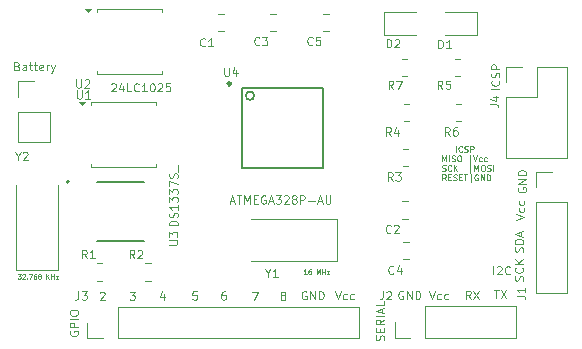
<source format=gbr>
%TF.GenerationSoftware,KiCad,Pcbnew,9.0.0*%
%TF.CreationDate,2025-05-30T17:35:02+05:30*%
%TF.ProjectId,MCU datalogger,4d435520-6461-4746-916c-6f676765722e,1*%
%TF.SameCoordinates,Original*%
%TF.FileFunction,Legend,Top*%
%TF.FilePolarity,Positive*%
%FSLAX46Y46*%
G04 Gerber Fmt 4.6, Leading zero omitted, Abs format (unit mm)*
G04 Created by KiCad (PCBNEW 9.0.0) date 2025-05-30 17:35:02*
%MOMM*%
%LPD*%
G01*
G04 APERTURE LIST*
%ADD10C,0.100000*%
%ADD11C,0.050000*%
%ADD12C,0.120000*%
%ADD13C,0.152400*%
%ADD14C,0.254000*%
%ADD15C,0.127000*%
%ADD16C,0.200000*%
G04 APERTURE END LIST*
D10*
X101505292Y-99232993D02*
X101505292Y-98732993D01*
X102029101Y-99185374D02*
X102005292Y-99209184D01*
X102005292Y-99209184D02*
X101933863Y-99232993D01*
X101933863Y-99232993D02*
X101886244Y-99232993D01*
X101886244Y-99232993D02*
X101814816Y-99209184D01*
X101814816Y-99209184D02*
X101767197Y-99161564D01*
X101767197Y-99161564D02*
X101743387Y-99113945D01*
X101743387Y-99113945D02*
X101719578Y-99018707D01*
X101719578Y-99018707D02*
X101719578Y-98947279D01*
X101719578Y-98947279D02*
X101743387Y-98852041D01*
X101743387Y-98852041D02*
X101767197Y-98804422D01*
X101767197Y-98804422D02*
X101814816Y-98756803D01*
X101814816Y-98756803D02*
X101886244Y-98732993D01*
X101886244Y-98732993D02*
X101933863Y-98732993D01*
X101933863Y-98732993D02*
X102005292Y-98756803D01*
X102005292Y-98756803D02*
X102029101Y-98780612D01*
X102219578Y-99209184D02*
X102291006Y-99232993D01*
X102291006Y-99232993D02*
X102410054Y-99232993D01*
X102410054Y-99232993D02*
X102457673Y-99209184D01*
X102457673Y-99209184D02*
X102481482Y-99185374D01*
X102481482Y-99185374D02*
X102505292Y-99137755D01*
X102505292Y-99137755D02*
X102505292Y-99090136D01*
X102505292Y-99090136D02*
X102481482Y-99042517D01*
X102481482Y-99042517D02*
X102457673Y-99018707D01*
X102457673Y-99018707D02*
X102410054Y-98994898D01*
X102410054Y-98994898D02*
X102314816Y-98971088D01*
X102314816Y-98971088D02*
X102267197Y-98947279D01*
X102267197Y-98947279D02*
X102243387Y-98923469D01*
X102243387Y-98923469D02*
X102219578Y-98875850D01*
X102219578Y-98875850D02*
X102219578Y-98828231D01*
X102219578Y-98828231D02*
X102243387Y-98780612D01*
X102243387Y-98780612D02*
X102267197Y-98756803D01*
X102267197Y-98756803D02*
X102314816Y-98732993D01*
X102314816Y-98732993D02*
X102433863Y-98732993D01*
X102433863Y-98732993D02*
X102505292Y-98756803D01*
X102719577Y-99232993D02*
X102719577Y-98732993D01*
X102719577Y-98732993D02*
X102910053Y-98732993D01*
X102910053Y-98732993D02*
X102957672Y-98756803D01*
X102957672Y-98756803D02*
X102981482Y-98780612D01*
X102981482Y-98780612D02*
X103005291Y-98828231D01*
X103005291Y-98828231D02*
X103005291Y-98899660D01*
X103005291Y-98899660D02*
X102981482Y-98947279D01*
X102981482Y-98947279D02*
X102957672Y-98971088D01*
X102957672Y-98971088D02*
X102910053Y-98994898D01*
X102910053Y-98994898D02*
X102719577Y-98994898D01*
X100362436Y-100037965D02*
X100362436Y-99537965D01*
X100362436Y-99537965D02*
X100529103Y-99895108D01*
X100529103Y-99895108D02*
X100695769Y-99537965D01*
X100695769Y-99537965D02*
X100695769Y-100037965D01*
X100933865Y-100037965D02*
X100933865Y-99537965D01*
X101148151Y-100014156D02*
X101219579Y-100037965D01*
X101219579Y-100037965D02*
X101338627Y-100037965D01*
X101338627Y-100037965D02*
X101386246Y-100014156D01*
X101386246Y-100014156D02*
X101410055Y-99990346D01*
X101410055Y-99990346D02*
X101433865Y-99942727D01*
X101433865Y-99942727D02*
X101433865Y-99895108D01*
X101433865Y-99895108D02*
X101410055Y-99847489D01*
X101410055Y-99847489D02*
X101386246Y-99823679D01*
X101386246Y-99823679D02*
X101338627Y-99799870D01*
X101338627Y-99799870D02*
X101243389Y-99776060D01*
X101243389Y-99776060D02*
X101195770Y-99752251D01*
X101195770Y-99752251D02*
X101171960Y-99728441D01*
X101171960Y-99728441D02*
X101148151Y-99680822D01*
X101148151Y-99680822D02*
X101148151Y-99633203D01*
X101148151Y-99633203D02*
X101171960Y-99585584D01*
X101171960Y-99585584D02*
X101195770Y-99561775D01*
X101195770Y-99561775D02*
X101243389Y-99537965D01*
X101243389Y-99537965D02*
X101362436Y-99537965D01*
X101362436Y-99537965D02*
X101433865Y-99561775D01*
X101743388Y-99537965D02*
X101838626Y-99537965D01*
X101838626Y-99537965D02*
X101886245Y-99561775D01*
X101886245Y-99561775D02*
X101933864Y-99609394D01*
X101933864Y-99609394D02*
X101957674Y-99704632D01*
X101957674Y-99704632D02*
X101957674Y-99871298D01*
X101957674Y-99871298D02*
X101933864Y-99966536D01*
X101933864Y-99966536D02*
X101886245Y-100014156D01*
X101886245Y-100014156D02*
X101838626Y-100037965D01*
X101838626Y-100037965D02*
X101743388Y-100037965D01*
X101743388Y-100037965D02*
X101695769Y-100014156D01*
X101695769Y-100014156D02*
X101648150Y-99966536D01*
X101648150Y-99966536D02*
X101624341Y-99871298D01*
X101624341Y-99871298D02*
X101624341Y-99704632D01*
X101624341Y-99704632D02*
X101648150Y-99609394D01*
X101648150Y-99609394D02*
X101695769Y-99561775D01*
X101695769Y-99561775D02*
X101743388Y-99537965D01*
X102671960Y-100204632D02*
X102671960Y-99490346D01*
X102957674Y-99537965D02*
X103124340Y-100037965D01*
X103124340Y-100037965D02*
X103291007Y-99537965D01*
X103671959Y-100014156D02*
X103624340Y-100037965D01*
X103624340Y-100037965D02*
X103529102Y-100037965D01*
X103529102Y-100037965D02*
X103481483Y-100014156D01*
X103481483Y-100014156D02*
X103457673Y-99990346D01*
X103457673Y-99990346D02*
X103433864Y-99942727D01*
X103433864Y-99942727D02*
X103433864Y-99799870D01*
X103433864Y-99799870D02*
X103457673Y-99752251D01*
X103457673Y-99752251D02*
X103481483Y-99728441D01*
X103481483Y-99728441D02*
X103529102Y-99704632D01*
X103529102Y-99704632D02*
X103624340Y-99704632D01*
X103624340Y-99704632D02*
X103671959Y-99728441D01*
X104100530Y-100014156D02*
X104052911Y-100037965D01*
X104052911Y-100037965D02*
X103957673Y-100037965D01*
X103957673Y-100037965D02*
X103910054Y-100014156D01*
X103910054Y-100014156D02*
X103886244Y-99990346D01*
X103886244Y-99990346D02*
X103862435Y-99942727D01*
X103862435Y-99942727D02*
X103862435Y-99799870D01*
X103862435Y-99799870D02*
X103886244Y-99752251D01*
X103886244Y-99752251D02*
X103910054Y-99728441D01*
X103910054Y-99728441D02*
X103957673Y-99704632D01*
X103957673Y-99704632D02*
X104052911Y-99704632D01*
X104052911Y-99704632D02*
X104100530Y-99728441D01*
X100338627Y-100819128D02*
X100410055Y-100842937D01*
X100410055Y-100842937D02*
X100529103Y-100842937D01*
X100529103Y-100842937D02*
X100576722Y-100819128D01*
X100576722Y-100819128D02*
X100600531Y-100795318D01*
X100600531Y-100795318D02*
X100624341Y-100747699D01*
X100624341Y-100747699D02*
X100624341Y-100700080D01*
X100624341Y-100700080D02*
X100600531Y-100652461D01*
X100600531Y-100652461D02*
X100576722Y-100628651D01*
X100576722Y-100628651D02*
X100529103Y-100604842D01*
X100529103Y-100604842D02*
X100433865Y-100581032D01*
X100433865Y-100581032D02*
X100386246Y-100557223D01*
X100386246Y-100557223D02*
X100362436Y-100533413D01*
X100362436Y-100533413D02*
X100338627Y-100485794D01*
X100338627Y-100485794D02*
X100338627Y-100438175D01*
X100338627Y-100438175D02*
X100362436Y-100390556D01*
X100362436Y-100390556D02*
X100386246Y-100366747D01*
X100386246Y-100366747D02*
X100433865Y-100342937D01*
X100433865Y-100342937D02*
X100552912Y-100342937D01*
X100552912Y-100342937D02*
X100624341Y-100366747D01*
X101124340Y-100795318D02*
X101100531Y-100819128D01*
X101100531Y-100819128D02*
X101029102Y-100842937D01*
X101029102Y-100842937D02*
X100981483Y-100842937D01*
X100981483Y-100842937D02*
X100910055Y-100819128D01*
X100910055Y-100819128D02*
X100862436Y-100771508D01*
X100862436Y-100771508D02*
X100838626Y-100723889D01*
X100838626Y-100723889D02*
X100814817Y-100628651D01*
X100814817Y-100628651D02*
X100814817Y-100557223D01*
X100814817Y-100557223D02*
X100838626Y-100461985D01*
X100838626Y-100461985D02*
X100862436Y-100414366D01*
X100862436Y-100414366D02*
X100910055Y-100366747D01*
X100910055Y-100366747D02*
X100981483Y-100342937D01*
X100981483Y-100342937D02*
X101029102Y-100342937D01*
X101029102Y-100342937D02*
X101100531Y-100366747D01*
X101100531Y-100366747D02*
X101124340Y-100390556D01*
X101338626Y-100842937D02*
X101338626Y-100342937D01*
X101624340Y-100842937D02*
X101410055Y-100557223D01*
X101624340Y-100342937D02*
X101338626Y-100628651D01*
X102719578Y-101009604D02*
X102719578Y-100295318D01*
X103076720Y-100842937D02*
X103076720Y-100342937D01*
X103076720Y-100342937D02*
X103243387Y-100700080D01*
X103243387Y-100700080D02*
X103410053Y-100342937D01*
X103410053Y-100342937D02*
X103410053Y-100842937D01*
X103743387Y-100342937D02*
X103838625Y-100342937D01*
X103838625Y-100342937D02*
X103886244Y-100366747D01*
X103886244Y-100366747D02*
X103933863Y-100414366D01*
X103933863Y-100414366D02*
X103957673Y-100509604D01*
X103957673Y-100509604D02*
X103957673Y-100676270D01*
X103957673Y-100676270D02*
X103933863Y-100771508D01*
X103933863Y-100771508D02*
X103886244Y-100819128D01*
X103886244Y-100819128D02*
X103838625Y-100842937D01*
X103838625Y-100842937D02*
X103743387Y-100842937D01*
X103743387Y-100842937D02*
X103695768Y-100819128D01*
X103695768Y-100819128D02*
X103648149Y-100771508D01*
X103648149Y-100771508D02*
X103624340Y-100676270D01*
X103624340Y-100676270D02*
X103624340Y-100509604D01*
X103624340Y-100509604D02*
X103648149Y-100414366D01*
X103648149Y-100414366D02*
X103695768Y-100366747D01*
X103695768Y-100366747D02*
X103743387Y-100342937D01*
X104148150Y-100819128D02*
X104219578Y-100842937D01*
X104219578Y-100842937D02*
X104338626Y-100842937D01*
X104338626Y-100842937D02*
X104386245Y-100819128D01*
X104386245Y-100819128D02*
X104410054Y-100795318D01*
X104410054Y-100795318D02*
X104433864Y-100747699D01*
X104433864Y-100747699D02*
X104433864Y-100700080D01*
X104433864Y-100700080D02*
X104410054Y-100652461D01*
X104410054Y-100652461D02*
X104386245Y-100628651D01*
X104386245Y-100628651D02*
X104338626Y-100604842D01*
X104338626Y-100604842D02*
X104243388Y-100581032D01*
X104243388Y-100581032D02*
X104195769Y-100557223D01*
X104195769Y-100557223D02*
X104171959Y-100533413D01*
X104171959Y-100533413D02*
X104148150Y-100485794D01*
X104148150Y-100485794D02*
X104148150Y-100438175D01*
X104148150Y-100438175D02*
X104171959Y-100390556D01*
X104171959Y-100390556D02*
X104195769Y-100366747D01*
X104195769Y-100366747D02*
X104243388Y-100342937D01*
X104243388Y-100342937D02*
X104362435Y-100342937D01*
X104362435Y-100342937D02*
X104433864Y-100366747D01*
X104648149Y-100842937D02*
X104648149Y-100342937D01*
X100648150Y-101647909D02*
X100481484Y-101409814D01*
X100362436Y-101647909D02*
X100362436Y-101147909D01*
X100362436Y-101147909D02*
X100552912Y-101147909D01*
X100552912Y-101147909D02*
X100600531Y-101171719D01*
X100600531Y-101171719D02*
X100624341Y-101195528D01*
X100624341Y-101195528D02*
X100648150Y-101243147D01*
X100648150Y-101243147D02*
X100648150Y-101314576D01*
X100648150Y-101314576D02*
X100624341Y-101362195D01*
X100624341Y-101362195D02*
X100600531Y-101386004D01*
X100600531Y-101386004D02*
X100552912Y-101409814D01*
X100552912Y-101409814D02*
X100362436Y-101409814D01*
X100862436Y-101386004D02*
X101029103Y-101386004D01*
X101100531Y-101647909D02*
X100862436Y-101647909D01*
X100862436Y-101647909D02*
X100862436Y-101147909D01*
X100862436Y-101147909D02*
X101100531Y-101147909D01*
X101291008Y-101624100D02*
X101362436Y-101647909D01*
X101362436Y-101647909D02*
X101481484Y-101647909D01*
X101481484Y-101647909D02*
X101529103Y-101624100D01*
X101529103Y-101624100D02*
X101552912Y-101600290D01*
X101552912Y-101600290D02*
X101576722Y-101552671D01*
X101576722Y-101552671D02*
X101576722Y-101505052D01*
X101576722Y-101505052D02*
X101552912Y-101457433D01*
X101552912Y-101457433D02*
X101529103Y-101433623D01*
X101529103Y-101433623D02*
X101481484Y-101409814D01*
X101481484Y-101409814D02*
X101386246Y-101386004D01*
X101386246Y-101386004D02*
X101338627Y-101362195D01*
X101338627Y-101362195D02*
X101314817Y-101338385D01*
X101314817Y-101338385D02*
X101291008Y-101290766D01*
X101291008Y-101290766D02*
X101291008Y-101243147D01*
X101291008Y-101243147D02*
X101314817Y-101195528D01*
X101314817Y-101195528D02*
X101338627Y-101171719D01*
X101338627Y-101171719D02*
X101386246Y-101147909D01*
X101386246Y-101147909D02*
X101505293Y-101147909D01*
X101505293Y-101147909D02*
X101576722Y-101171719D01*
X101791007Y-101386004D02*
X101957674Y-101386004D01*
X102029102Y-101647909D02*
X101791007Y-101647909D01*
X101791007Y-101647909D02*
X101791007Y-101147909D01*
X101791007Y-101147909D02*
X102029102Y-101147909D01*
X102171960Y-101147909D02*
X102457674Y-101147909D01*
X102314817Y-101647909D02*
X102314817Y-101147909D01*
X102743388Y-101814576D02*
X102743388Y-101100290D01*
X103362435Y-101171719D02*
X103314816Y-101147909D01*
X103314816Y-101147909D02*
X103243387Y-101147909D01*
X103243387Y-101147909D02*
X103171959Y-101171719D01*
X103171959Y-101171719D02*
X103124340Y-101219338D01*
X103124340Y-101219338D02*
X103100530Y-101266957D01*
X103100530Y-101266957D02*
X103076721Y-101362195D01*
X103076721Y-101362195D02*
X103076721Y-101433623D01*
X103076721Y-101433623D02*
X103100530Y-101528861D01*
X103100530Y-101528861D02*
X103124340Y-101576480D01*
X103124340Y-101576480D02*
X103171959Y-101624100D01*
X103171959Y-101624100D02*
X103243387Y-101647909D01*
X103243387Y-101647909D02*
X103291006Y-101647909D01*
X103291006Y-101647909D02*
X103362435Y-101624100D01*
X103362435Y-101624100D02*
X103386244Y-101600290D01*
X103386244Y-101600290D02*
X103386244Y-101433623D01*
X103386244Y-101433623D02*
X103291006Y-101433623D01*
X103600530Y-101647909D02*
X103600530Y-101147909D01*
X103600530Y-101147909D02*
X103886244Y-101647909D01*
X103886244Y-101647909D02*
X103886244Y-101147909D01*
X104124340Y-101647909D02*
X104124340Y-101147909D01*
X104124340Y-101147909D02*
X104243388Y-101147909D01*
X104243388Y-101147909D02*
X104314816Y-101171719D01*
X104314816Y-101171719D02*
X104362435Y-101219338D01*
X104362435Y-101219338D02*
X104386245Y-101266957D01*
X104386245Y-101266957D02*
X104410054Y-101362195D01*
X104410054Y-101362195D02*
X104410054Y-101433623D01*
X104410054Y-101433623D02*
X104386245Y-101528861D01*
X104386245Y-101528861D02*
X104362435Y-101576480D01*
X104362435Y-101576480D02*
X104314816Y-101624100D01*
X104314816Y-101624100D02*
X104243388Y-101647909D01*
X104243388Y-101647909D02*
X104124340Y-101647909D01*
X105192133Y-93925344D02*
X104492133Y-93925344D01*
X105125466Y-93192011D02*
X105158800Y-93225344D01*
X105158800Y-93225344D02*
X105192133Y-93325344D01*
X105192133Y-93325344D02*
X105192133Y-93392011D01*
X105192133Y-93392011D02*
X105158800Y-93492011D01*
X105158800Y-93492011D02*
X105092133Y-93558678D01*
X105092133Y-93558678D02*
X105025466Y-93592011D01*
X105025466Y-93592011D02*
X104892133Y-93625344D01*
X104892133Y-93625344D02*
X104792133Y-93625344D01*
X104792133Y-93625344D02*
X104658800Y-93592011D01*
X104658800Y-93592011D02*
X104592133Y-93558678D01*
X104592133Y-93558678D02*
X104525466Y-93492011D01*
X104525466Y-93492011D02*
X104492133Y-93392011D01*
X104492133Y-93392011D02*
X104492133Y-93325344D01*
X104492133Y-93325344D02*
X104525466Y-93225344D01*
X104525466Y-93225344D02*
X104558800Y-93192011D01*
X105158800Y-92925344D02*
X105192133Y-92825344D01*
X105192133Y-92825344D02*
X105192133Y-92658678D01*
X105192133Y-92658678D02*
X105158800Y-92592011D01*
X105158800Y-92592011D02*
X105125466Y-92558678D01*
X105125466Y-92558678D02*
X105058800Y-92525344D01*
X105058800Y-92525344D02*
X104992133Y-92525344D01*
X104992133Y-92525344D02*
X104925466Y-92558678D01*
X104925466Y-92558678D02*
X104892133Y-92592011D01*
X104892133Y-92592011D02*
X104858800Y-92658678D01*
X104858800Y-92658678D02*
X104825466Y-92792011D01*
X104825466Y-92792011D02*
X104792133Y-92858678D01*
X104792133Y-92858678D02*
X104758800Y-92892011D01*
X104758800Y-92892011D02*
X104692133Y-92925344D01*
X104692133Y-92925344D02*
X104625466Y-92925344D01*
X104625466Y-92925344D02*
X104558800Y-92892011D01*
X104558800Y-92892011D02*
X104525466Y-92858678D01*
X104525466Y-92858678D02*
X104492133Y-92792011D01*
X104492133Y-92792011D02*
X104492133Y-92625344D01*
X104492133Y-92625344D02*
X104525466Y-92525344D01*
X105192133Y-92225344D02*
X104492133Y-92225344D01*
X104492133Y-92225344D02*
X104492133Y-91958677D01*
X104492133Y-91958677D02*
X104525466Y-91892011D01*
X104525466Y-91892011D02*
X104558800Y-91858677D01*
X104558800Y-91858677D02*
X104625466Y-91825344D01*
X104625466Y-91825344D02*
X104725466Y-91825344D01*
X104725466Y-91825344D02*
X104792133Y-91858677D01*
X104792133Y-91858677D02*
X104825466Y-91892011D01*
X104825466Y-91892011D02*
X104858800Y-91958677D01*
X104858800Y-91958677D02*
X104858800Y-92225344D01*
X68838466Y-114421277D02*
X68805133Y-114487944D01*
X68805133Y-114487944D02*
X68805133Y-114587944D01*
X68805133Y-114587944D02*
X68838466Y-114687944D01*
X68838466Y-114687944D02*
X68905133Y-114754611D01*
X68905133Y-114754611D02*
X68971800Y-114787944D01*
X68971800Y-114787944D02*
X69105133Y-114821277D01*
X69105133Y-114821277D02*
X69205133Y-114821277D01*
X69205133Y-114821277D02*
X69338466Y-114787944D01*
X69338466Y-114787944D02*
X69405133Y-114754611D01*
X69405133Y-114754611D02*
X69471800Y-114687944D01*
X69471800Y-114687944D02*
X69505133Y-114587944D01*
X69505133Y-114587944D02*
X69505133Y-114521277D01*
X69505133Y-114521277D02*
X69471800Y-114421277D01*
X69471800Y-114421277D02*
X69438466Y-114387944D01*
X69438466Y-114387944D02*
X69205133Y-114387944D01*
X69205133Y-114387944D02*
X69205133Y-114521277D01*
X69505133Y-114087944D02*
X68805133Y-114087944D01*
X68805133Y-114087944D02*
X68805133Y-113821277D01*
X68805133Y-113821277D02*
X68838466Y-113754611D01*
X68838466Y-113754611D02*
X68871800Y-113721277D01*
X68871800Y-113721277D02*
X68938466Y-113687944D01*
X68938466Y-113687944D02*
X69038466Y-113687944D01*
X69038466Y-113687944D02*
X69105133Y-113721277D01*
X69105133Y-113721277D02*
X69138466Y-113754611D01*
X69138466Y-113754611D02*
X69171800Y-113821277D01*
X69171800Y-113821277D02*
X69171800Y-114087944D01*
X69505133Y-113387944D02*
X68805133Y-113387944D01*
X68805133Y-112921278D02*
X68805133Y-112787944D01*
X68805133Y-112787944D02*
X68838466Y-112721278D01*
X68838466Y-112721278D02*
X68905133Y-112654611D01*
X68905133Y-112654611D02*
X69038466Y-112621278D01*
X69038466Y-112621278D02*
X69271800Y-112621278D01*
X69271800Y-112621278D02*
X69405133Y-112654611D01*
X69405133Y-112654611D02*
X69471800Y-112721278D01*
X69471800Y-112721278D02*
X69505133Y-112787944D01*
X69505133Y-112787944D02*
X69505133Y-112921278D01*
X69505133Y-112921278D02*
X69471800Y-112987944D01*
X69471800Y-112987944D02*
X69405133Y-113054611D01*
X69405133Y-113054611D02*
X69271800Y-113087944D01*
X69271800Y-113087944D02*
X69038466Y-113087944D01*
X69038466Y-113087944D02*
X68905133Y-113054611D01*
X68905133Y-113054611D02*
X68838466Y-112987944D01*
X68838466Y-112987944D02*
X68805133Y-112921278D01*
X95379800Y-115167677D02*
X95413133Y-115067677D01*
X95413133Y-115067677D02*
X95413133Y-114901011D01*
X95413133Y-114901011D02*
X95379800Y-114834344D01*
X95379800Y-114834344D02*
X95346466Y-114801011D01*
X95346466Y-114801011D02*
X95279800Y-114767677D01*
X95279800Y-114767677D02*
X95213133Y-114767677D01*
X95213133Y-114767677D02*
X95146466Y-114801011D01*
X95146466Y-114801011D02*
X95113133Y-114834344D01*
X95113133Y-114834344D02*
X95079800Y-114901011D01*
X95079800Y-114901011D02*
X95046466Y-115034344D01*
X95046466Y-115034344D02*
X95013133Y-115101011D01*
X95013133Y-115101011D02*
X94979800Y-115134344D01*
X94979800Y-115134344D02*
X94913133Y-115167677D01*
X94913133Y-115167677D02*
X94846466Y-115167677D01*
X94846466Y-115167677D02*
X94779800Y-115134344D01*
X94779800Y-115134344D02*
X94746466Y-115101011D01*
X94746466Y-115101011D02*
X94713133Y-115034344D01*
X94713133Y-115034344D02*
X94713133Y-114867677D01*
X94713133Y-114867677D02*
X94746466Y-114767677D01*
X95046466Y-114467677D02*
X95046466Y-114234344D01*
X95413133Y-114134344D02*
X95413133Y-114467677D01*
X95413133Y-114467677D02*
X94713133Y-114467677D01*
X94713133Y-114467677D02*
X94713133Y-114134344D01*
X95413133Y-113434344D02*
X95079800Y-113667677D01*
X95413133Y-113834344D02*
X94713133Y-113834344D01*
X94713133Y-113834344D02*
X94713133Y-113567677D01*
X94713133Y-113567677D02*
X94746466Y-113501011D01*
X94746466Y-113501011D02*
X94779800Y-113467677D01*
X94779800Y-113467677D02*
X94846466Y-113434344D01*
X94846466Y-113434344D02*
X94946466Y-113434344D01*
X94946466Y-113434344D02*
X95013133Y-113467677D01*
X95013133Y-113467677D02*
X95046466Y-113501011D01*
X95046466Y-113501011D02*
X95079800Y-113567677D01*
X95079800Y-113567677D02*
X95079800Y-113834344D01*
X95413133Y-113134344D02*
X94713133Y-113134344D01*
X95213133Y-112834344D02*
X95213133Y-112501011D01*
X95413133Y-112901011D02*
X94713133Y-112667678D01*
X94713133Y-112667678D02*
X95413133Y-112434344D01*
X95413133Y-111867678D02*
X95413133Y-112201011D01*
X95413133Y-112201011D02*
X94713133Y-112201011D01*
X104677255Y-109611733D02*
X104677255Y-108911733D01*
X104977255Y-108978400D02*
X105010588Y-108945066D01*
X105010588Y-108945066D02*
X105077255Y-108911733D01*
X105077255Y-108911733D02*
X105243922Y-108911733D01*
X105243922Y-108911733D02*
X105310588Y-108945066D01*
X105310588Y-108945066D02*
X105343922Y-108978400D01*
X105343922Y-108978400D02*
X105377255Y-109045066D01*
X105377255Y-109045066D02*
X105377255Y-109111733D01*
X105377255Y-109111733D02*
X105343922Y-109211733D01*
X105343922Y-109211733D02*
X104943922Y-109611733D01*
X104943922Y-109611733D02*
X105377255Y-109611733D01*
X106077255Y-109545066D02*
X106043922Y-109578400D01*
X106043922Y-109578400D02*
X105943922Y-109611733D01*
X105943922Y-109611733D02*
X105877255Y-109611733D01*
X105877255Y-109611733D02*
X105777255Y-109578400D01*
X105777255Y-109578400D02*
X105710589Y-109511733D01*
X105710589Y-109511733D02*
X105677255Y-109445066D01*
X105677255Y-109445066D02*
X105643922Y-109311733D01*
X105643922Y-109311733D02*
X105643922Y-109211733D01*
X105643922Y-109211733D02*
X105677255Y-109078400D01*
X105677255Y-109078400D02*
X105710589Y-109011733D01*
X105710589Y-109011733D02*
X105777255Y-108945066D01*
X105777255Y-108945066D02*
X105877255Y-108911733D01*
X105877255Y-108911733D02*
X105943922Y-108911733D01*
X105943922Y-108911733D02*
X106043922Y-108945066D01*
X106043922Y-108945066D02*
X106077255Y-108978400D01*
X107165400Y-110138477D02*
X107198733Y-110038477D01*
X107198733Y-110038477D02*
X107198733Y-109871811D01*
X107198733Y-109871811D02*
X107165400Y-109805144D01*
X107165400Y-109805144D02*
X107132066Y-109771811D01*
X107132066Y-109771811D02*
X107065400Y-109738477D01*
X107065400Y-109738477D02*
X106998733Y-109738477D01*
X106998733Y-109738477D02*
X106932066Y-109771811D01*
X106932066Y-109771811D02*
X106898733Y-109805144D01*
X106898733Y-109805144D02*
X106865400Y-109871811D01*
X106865400Y-109871811D02*
X106832066Y-110005144D01*
X106832066Y-110005144D02*
X106798733Y-110071811D01*
X106798733Y-110071811D02*
X106765400Y-110105144D01*
X106765400Y-110105144D02*
X106698733Y-110138477D01*
X106698733Y-110138477D02*
X106632066Y-110138477D01*
X106632066Y-110138477D02*
X106565400Y-110105144D01*
X106565400Y-110105144D02*
X106532066Y-110071811D01*
X106532066Y-110071811D02*
X106498733Y-110005144D01*
X106498733Y-110005144D02*
X106498733Y-109838477D01*
X106498733Y-109838477D02*
X106532066Y-109738477D01*
X107132066Y-109038477D02*
X107165400Y-109071810D01*
X107165400Y-109071810D02*
X107198733Y-109171810D01*
X107198733Y-109171810D02*
X107198733Y-109238477D01*
X107198733Y-109238477D02*
X107165400Y-109338477D01*
X107165400Y-109338477D02*
X107098733Y-109405144D01*
X107098733Y-109405144D02*
X107032066Y-109438477D01*
X107032066Y-109438477D02*
X106898733Y-109471810D01*
X106898733Y-109471810D02*
X106798733Y-109471810D01*
X106798733Y-109471810D02*
X106665400Y-109438477D01*
X106665400Y-109438477D02*
X106598733Y-109405144D01*
X106598733Y-109405144D02*
X106532066Y-109338477D01*
X106532066Y-109338477D02*
X106498733Y-109238477D01*
X106498733Y-109238477D02*
X106498733Y-109171810D01*
X106498733Y-109171810D02*
X106532066Y-109071810D01*
X106532066Y-109071810D02*
X106565400Y-109038477D01*
X107198733Y-108738477D02*
X106498733Y-108738477D01*
X107198733Y-108338477D02*
X106798733Y-108638477D01*
X106498733Y-108338477D02*
X106898733Y-108738477D01*
X107165400Y-107700077D02*
X107198733Y-107600077D01*
X107198733Y-107600077D02*
X107198733Y-107433411D01*
X107198733Y-107433411D02*
X107165400Y-107366744D01*
X107165400Y-107366744D02*
X107132066Y-107333411D01*
X107132066Y-107333411D02*
X107065400Y-107300077D01*
X107065400Y-107300077D02*
X106998733Y-107300077D01*
X106998733Y-107300077D02*
X106932066Y-107333411D01*
X106932066Y-107333411D02*
X106898733Y-107366744D01*
X106898733Y-107366744D02*
X106865400Y-107433411D01*
X106865400Y-107433411D02*
X106832066Y-107566744D01*
X106832066Y-107566744D02*
X106798733Y-107633411D01*
X106798733Y-107633411D02*
X106765400Y-107666744D01*
X106765400Y-107666744D02*
X106698733Y-107700077D01*
X106698733Y-107700077D02*
X106632066Y-107700077D01*
X106632066Y-107700077D02*
X106565400Y-107666744D01*
X106565400Y-107666744D02*
X106532066Y-107633411D01*
X106532066Y-107633411D02*
X106498733Y-107566744D01*
X106498733Y-107566744D02*
X106498733Y-107400077D01*
X106498733Y-107400077D02*
X106532066Y-107300077D01*
X107198733Y-107000077D02*
X106498733Y-107000077D01*
X106498733Y-107000077D02*
X106498733Y-106833410D01*
X106498733Y-106833410D02*
X106532066Y-106733410D01*
X106532066Y-106733410D02*
X106598733Y-106666744D01*
X106598733Y-106666744D02*
X106665400Y-106633410D01*
X106665400Y-106633410D02*
X106798733Y-106600077D01*
X106798733Y-106600077D02*
X106898733Y-106600077D01*
X106898733Y-106600077D02*
X107032066Y-106633410D01*
X107032066Y-106633410D02*
X107098733Y-106666744D01*
X107098733Y-106666744D02*
X107165400Y-106733410D01*
X107165400Y-106733410D02*
X107198733Y-106833410D01*
X107198733Y-106833410D02*
X107198733Y-107000077D01*
X106998733Y-106333410D02*
X106998733Y-106000077D01*
X107198733Y-106400077D02*
X106498733Y-106166744D01*
X106498733Y-106166744D02*
X107198733Y-105933410D01*
X106600333Y-104972744D02*
X107300333Y-104739411D01*
X107300333Y-104739411D02*
X106600333Y-104506077D01*
X107267000Y-103972744D02*
X107300333Y-104039411D01*
X107300333Y-104039411D02*
X107300333Y-104172744D01*
X107300333Y-104172744D02*
X107267000Y-104239411D01*
X107267000Y-104239411D02*
X107233666Y-104272744D01*
X107233666Y-104272744D02*
X107167000Y-104306077D01*
X107167000Y-104306077D02*
X106967000Y-104306077D01*
X106967000Y-104306077D02*
X106900333Y-104272744D01*
X106900333Y-104272744D02*
X106867000Y-104239411D01*
X106867000Y-104239411D02*
X106833666Y-104172744D01*
X106833666Y-104172744D02*
X106833666Y-104039411D01*
X106833666Y-104039411D02*
X106867000Y-103972744D01*
X107267000Y-103372744D02*
X107300333Y-103439411D01*
X107300333Y-103439411D02*
X107300333Y-103572744D01*
X107300333Y-103572744D02*
X107267000Y-103639411D01*
X107267000Y-103639411D02*
X107233666Y-103672744D01*
X107233666Y-103672744D02*
X107167000Y-103706077D01*
X107167000Y-103706077D02*
X106967000Y-103706077D01*
X106967000Y-103706077D02*
X106900333Y-103672744D01*
X106900333Y-103672744D02*
X106867000Y-103639411D01*
X106867000Y-103639411D02*
X106833666Y-103572744D01*
X106833666Y-103572744D02*
X106833666Y-103439411D01*
X106833666Y-103439411D02*
X106867000Y-103372744D01*
X106786066Y-102270877D02*
X106752733Y-102337544D01*
X106752733Y-102337544D02*
X106752733Y-102437544D01*
X106752733Y-102437544D02*
X106786066Y-102537544D01*
X106786066Y-102537544D02*
X106852733Y-102604211D01*
X106852733Y-102604211D02*
X106919400Y-102637544D01*
X106919400Y-102637544D02*
X107052733Y-102670877D01*
X107052733Y-102670877D02*
X107152733Y-102670877D01*
X107152733Y-102670877D02*
X107286066Y-102637544D01*
X107286066Y-102637544D02*
X107352733Y-102604211D01*
X107352733Y-102604211D02*
X107419400Y-102537544D01*
X107419400Y-102537544D02*
X107452733Y-102437544D01*
X107452733Y-102437544D02*
X107452733Y-102370877D01*
X107452733Y-102370877D02*
X107419400Y-102270877D01*
X107419400Y-102270877D02*
X107386066Y-102237544D01*
X107386066Y-102237544D02*
X107152733Y-102237544D01*
X107152733Y-102237544D02*
X107152733Y-102370877D01*
X107452733Y-101937544D02*
X106752733Y-101937544D01*
X106752733Y-101937544D02*
X107452733Y-101537544D01*
X107452733Y-101537544D02*
X106752733Y-101537544D01*
X107452733Y-101204211D02*
X106752733Y-101204211D01*
X106752733Y-101204211D02*
X106752733Y-101037544D01*
X106752733Y-101037544D02*
X106786066Y-100937544D01*
X106786066Y-100937544D02*
X106852733Y-100870878D01*
X106852733Y-100870878D02*
X106919400Y-100837544D01*
X106919400Y-100837544D02*
X107052733Y-100804211D01*
X107052733Y-100804211D02*
X107152733Y-100804211D01*
X107152733Y-100804211D02*
X107286066Y-100837544D01*
X107286066Y-100837544D02*
X107352733Y-100870878D01*
X107352733Y-100870878D02*
X107419400Y-100937544D01*
X107419400Y-100937544D02*
X107452733Y-101037544D01*
X107452733Y-101037544D02*
X107452733Y-101204211D01*
X97017522Y-111053266D02*
X96950855Y-111019933D01*
X96950855Y-111019933D02*
X96850855Y-111019933D01*
X96850855Y-111019933D02*
X96750855Y-111053266D01*
X96750855Y-111053266D02*
X96684189Y-111119933D01*
X96684189Y-111119933D02*
X96650855Y-111186600D01*
X96650855Y-111186600D02*
X96617522Y-111319933D01*
X96617522Y-111319933D02*
X96617522Y-111419933D01*
X96617522Y-111419933D02*
X96650855Y-111553266D01*
X96650855Y-111553266D02*
X96684189Y-111619933D01*
X96684189Y-111619933D02*
X96750855Y-111686600D01*
X96750855Y-111686600D02*
X96850855Y-111719933D01*
X96850855Y-111719933D02*
X96917522Y-111719933D01*
X96917522Y-111719933D02*
X97017522Y-111686600D01*
X97017522Y-111686600D02*
X97050855Y-111653266D01*
X97050855Y-111653266D02*
X97050855Y-111419933D01*
X97050855Y-111419933D02*
X96917522Y-111419933D01*
X97350855Y-111719933D02*
X97350855Y-111019933D01*
X97350855Y-111019933D02*
X97750855Y-111719933D01*
X97750855Y-111719933D02*
X97750855Y-111019933D01*
X98084188Y-111719933D02*
X98084188Y-111019933D01*
X98084188Y-111019933D02*
X98250855Y-111019933D01*
X98250855Y-111019933D02*
X98350855Y-111053266D01*
X98350855Y-111053266D02*
X98417522Y-111119933D01*
X98417522Y-111119933D02*
X98450855Y-111186600D01*
X98450855Y-111186600D02*
X98484188Y-111319933D01*
X98484188Y-111319933D02*
X98484188Y-111419933D01*
X98484188Y-111419933D02*
X98450855Y-111553266D01*
X98450855Y-111553266D02*
X98417522Y-111619933D01*
X98417522Y-111619933D02*
X98350855Y-111686600D01*
X98350855Y-111686600D02*
X98250855Y-111719933D01*
X98250855Y-111719933D02*
X98084188Y-111719933D01*
X99243255Y-111019933D02*
X99476589Y-111719933D01*
X99476589Y-111719933D02*
X99709922Y-111019933D01*
X100243255Y-111686600D02*
X100176589Y-111719933D01*
X100176589Y-111719933D02*
X100043255Y-111719933D01*
X100043255Y-111719933D02*
X99976589Y-111686600D01*
X99976589Y-111686600D02*
X99943255Y-111653266D01*
X99943255Y-111653266D02*
X99909922Y-111586600D01*
X99909922Y-111586600D02*
X99909922Y-111386600D01*
X99909922Y-111386600D02*
X99943255Y-111319933D01*
X99943255Y-111319933D02*
X99976589Y-111286600D01*
X99976589Y-111286600D02*
X100043255Y-111253266D01*
X100043255Y-111253266D02*
X100176589Y-111253266D01*
X100176589Y-111253266D02*
X100243255Y-111286600D01*
X100843255Y-111686600D02*
X100776589Y-111719933D01*
X100776589Y-111719933D02*
X100643255Y-111719933D01*
X100643255Y-111719933D02*
X100576589Y-111686600D01*
X100576589Y-111686600D02*
X100543255Y-111653266D01*
X100543255Y-111653266D02*
X100509922Y-111586600D01*
X100509922Y-111586600D02*
X100509922Y-111386600D01*
X100509922Y-111386600D02*
X100543255Y-111319933D01*
X100543255Y-111319933D02*
X100576589Y-111286600D01*
X100576589Y-111286600D02*
X100643255Y-111253266D01*
X100643255Y-111253266D02*
X100776589Y-111253266D01*
X100776589Y-111253266D02*
X100843255Y-111286600D01*
X102750455Y-111675333D02*
X102517122Y-111342000D01*
X102350455Y-111675333D02*
X102350455Y-110975333D01*
X102350455Y-110975333D02*
X102617122Y-110975333D01*
X102617122Y-110975333D02*
X102683789Y-111008666D01*
X102683789Y-111008666D02*
X102717122Y-111042000D01*
X102717122Y-111042000D02*
X102750455Y-111108666D01*
X102750455Y-111108666D02*
X102750455Y-111208666D01*
X102750455Y-111208666D02*
X102717122Y-111275333D01*
X102717122Y-111275333D02*
X102683789Y-111308666D01*
X102683789Y-111308666D02*
X102617122Y-111342000D01*
X102617122Y-111342000D02*
X102350455Y-111342000D01*
X102983789Y-110975333D02*
X103450455Y-111675333D01*
X103450455Y-110975333D02*
X102983789Y-111675333D01*
X104739655Y-110918333D02*
X105139655Y-110918333D01*
X104939655Y-111618333D02*
X104939655Y-110918333D01*
X105306322Y-110918333D02*
X105772988Y-111618333D01*
X105772988Y-110918333D02*
X105306322Y-111618333D01*
X91267655Y-111023033D02*
X91500989Y-111723033D01*
X91500989Y-111723033D02*
X91734322Y-111023033D01*
X92267655Y-111689700D02*
X92200989Y-111723033D01*
X92200989Y-111723033D02*
X92067655Y-111723033D01*
X92067655Y-111723033D02*
X92000989Y-111689700D01*
X92000989Y-111689700D02*
X91967655Y-111656366D01*
X91967655Y-111656366D02*
X91934322Y-111589700D01*
X91934322Y-111589700D02*
X91934322Y-111389700D01*
X91934322Y-111389700D02*
X91967655Y-111323033D01*
X91967655Y-111323033D02*
X92000989Y-111289700D01*
X92000989Y-111289700D02*
X92067655Y-111256366D01*
X92067655Y-111256366D02*
X92200989Y-111256366D01*
X92200989Y-111256366D02*
X92267655Y-111289700D01*
X92867655Y-111689700D02*
X92800989Y-111723033D01*
X92800989Y-111723033D02*
X92667655Y-111723033D01*
X92667655Y-111723033D02*
X92600989Y-111689700D01*
X92600989Y-111689700D02*
X92567655Y-111656366D01*
X92567655Y-111656366D02*
X92534322Y-111589700D01*
X92534322Y-111589700D02*
X92534322Y-111389700D01*
X92534322Y-111389700D02*
X92567655Y-111323033D01*
X92567655Y-111323033D02*
X92600989Y-111289700D01*
X92600989Y-111289700D02*
X92667655Y-111256366D01*
X92667655Y-111256366D02*
X92800989Y-111256366D01*
X92800989Y-111256366D02*
X92867655Y-111289700D01*
X88838722Y-111056366D02*
X88772055Y-111023033D01*
X88772055Y-111023033D02*
X88672055Y-111023033D01*
X88672055Y-111023033D02*
X88572055Y-111056366D01*
X88572055Y-111056366D02*
X88505389Y-111123033D01*
X88505389Y-111123033D02*
X88472055Y-111189700D01*
X88472055Y-111189700D02*
X88438722Y-111323033D01*
X88438722Y-111323033D02*
X88438722Y-111423033D01*
X88438722Y-111423033D02*
X88472055Y-111556366D01*
X88472055Y-111556366D02*
X88505389Y-111623033D01*
X88505389Y-111623033D02*
X88572055Y-111689700D01*
X88572055Y-111689700D02*
X88672055Y-111723033D01*
X88672055Y-111723033D02*
X88738722Y-111723033D01*
X88738722Y-111723033D02*
X88838722Y-111689700D01*
X88838722Y-111689700D02*
X88872055Y-111656366D01*
X88872055Y-111656366D02*
X88872055Y-111423033D01*
X88872055Y-111423033D02*
X88738722Y-111423033D01*
X89172055Y-111723033D02*
X89172055Y-111023033D01*
X89172055Y-111023033D02*
X89572055Y-111723033D01*
X89572055Y-111723033D02*
X89572055Y-111023033D01*
X89905388Y-111723033D02*
X89905388Y-111023033D01*
X89905388Y-111023033D02*
X90072055Y-111023033D01*
X90072055Y-111023033D02*
X90172055Y-111056366D01*
X90172055Y-111056366D02*
X90238722Y-111123033D01*
X90238722Y-111123033D02*
X90272055Y-111189700D01*
X90272055Y-111189700D02*
X90305388Y-111323033D01*
X90305388Y-111323033D02*
X90305388Y-111423033D01*
X90305388Y-111423033D02*
X90272055Y-111556366D01*
X90272055Y-111556366D02*
X90238722Y-111623033D01*
X90238722Y-111623033D02*
X90172055Y-111689700D01*
X90172055Y-111689700D02*
X90072055Y-111723033D01*
X90072055Y-111723033D02*
X89905388Y-111723033D01*
X86794055Y-111373833D02*
X86727389Y-111340500D01*
X86727389Y-111340500D02*
X86694055Y-111307166D01*
X86694055Y-111307166D02*
X86660722Y-111240500D01*
X86660722Y-111240500D02*
X86660722Y-111207166D01*
X86660722Y-111207166D02*
X86694055Y-111140500D01*
X86694055Y-111140500D02*
X86727389Y-111107166D01*
X86727389Y-111107166D02*
X86794055Y-111073833D01*
X86794055Y-111073833D02*
X86927389Y-111073833D01*
X86927389Y-111073833D02*
X86994055Y-111107166D01*
X86994055Y-111107166D02*
X87027389Y-111140500D01*
X87027389Y-111140500D02*
X87060722Y-111207166D01*
X87060722Y-111207166D02*
X87060722Y-111240500D01*
X87060722Y-111240500D02*
X87027389Y-111307166D01*
X87027389Y-111307166D02*
X86994055Y-111340500D01*
X86994055Y-111340500D02*
X86927389Y-111373833D01*
X86927389Y-111373833D02*
X86794055Y-111373833D01*
X86794055Y-111373833D02*
X86727389Y-111407166D01*
X86727389Y-111407166D02*
X86694055Y-111440500D01*
X86694055Y-111440500D02*
X86660722Y-111507166D01*
X86660722Y-111507166D02*
X86660722Y-111640500D01*
X86660722Y-111640500D02*
X86694055Y-111707166D01*
X86694055Y-111707166D02*
X86727389Y-111740500D01*
X86727389Y-111740500D02*
X86794055Y-111773833D01*
X86794055Y-111773833D02*
X86927389Y-111773833D01*
X86927389Y-111773833D02*
X86994055Y-111740500D01*
X86994055Y-111740500D02*
X87027389Y-111707166D01*
X87027389Y-111707166D02*
X87060722Y-111640500D01*
X87060722Y-111640500D02*
X87060722Y-111507166D01*
X87060722Y-111507166D02*
X87027389Y-111440500D01*
X87027389Y-111440500D02*
X86994055Y-111407166D01*
X86994055Y-111407166D02*
X86927389Y-111373833D01*
X84239789Y-111073833D02*
X84706455Y-111073833D01*
X84706455Y-111073833D02*
X84406455Y-111773833D01*
X81964855Y-111048433D02*
X81831522Y-111048433D01*
X81831522Y-111048433D02*
X81764855Y-111081766D01*
X81764855Y-111081766D02*
X81731522Y-111115100D01*
X81731522Y-111115100D02*
X81664855Y-111215100D01*
X81664855Y-111215100D02*
X81631522Y-111348433D01*
X81631522Y-111348433D02*
X81631522Y-111615100D01*
X81631522Y-111615100D02*
X81664855Y-111681766D01*
X81664855Y-111681766D02*
X81698189Y-111715100D01*
X81698189Y-111715100D02*
X81764855Y-111748433D01*
X81764855Y-111748433D02*
X81898189Y-111748433D01*
X81898189Y-111748433D02*
X81964855Y-111715100D01*
X81964855Y-111715100D02*
X81998189Y-111681766D01*
X81998189Y-111681766D02*
X82031522Y-111615100D01*
X82031522Y-111615100D02*
X82031522Y-111448433D01*
X82031522Y-111448433D02*
X81998189Y-111381766D01*
X81998189Y-111381766D02*
X81964855Y-111348433D01*
X81964855Y-111348433D02*
X81898189Y-111315100D01*
X81898189Y-111315100D02*
X81764855Y-111315100D01*
X81764855Y-111315100D02*
X81698189Y-111348433D01*
X81698189Y-111348433D02*
X81664855Y-111381766D01*
X81664855Y-111381766D02*
X81631522Y-111448433D01*
X79559789Y-111048433D02*
X79226455Y-111048433D01*
X79226455Y-111048433D02*
X79193122Y-111381766D01*
X79193122Y-111381766D02*
X79226455Y-111348433D01*
X79226455Y-111348433D02*
X79293122Y-111315100D01*
X79293122Y-111315100D02*
X79459789Y-111315100D01*
X79459789Y-111315100D02*
X79526455Y-111348433D01*
X79526455Y-111348433D02*
X79559789Y-111381766D01*
X79559789Y-111381766D02*
X79593122Y-111448433D01*
X79593122Y-111448433D02*
X79593122Y-111615100D01*
X79593122Y-111615100D02*
X79559789Y-111681766D01*
X79559789Y-111681766D02*
X79526455Y-111715100D01*
X79526455Y-111715100D02*
X79459789Y-111748433D01*
X79459789Y-111748433D02*
X79293122Y-111748433D01*
X79293122Y-111748433D02*
X79226455Y-111715100D01*
X79226455Y-111715100D02*
X79193122Y-111681766D01*
X76808655Y-111281766D02*
X76808655Y-111748433D01*
X76641989Y-111015100D02*
X76475322Y-111515100D01*
X76475322Y-111515100D02*
X76908655Y-111515100D01*
X73876589Y-111073833D02*
X74309922Y-111073833D01*
X74309922Y-111073833D02*
X74076589Y-111340500D01*
X74076589Y-111340500D02*
X74176589Y-111340500D01*
X74176589Y-111340500D02*
X74243255Y-111373833D01*
X74243255Y-111373833D02*
X74276589Y-111407166D01*
X74276589Y-111407166D02*
X74309922Y-111473833D01*
X74309922Y-111473833D02*
X74309922Y-111640500D01*
X74309922Y-111640500D02*
X74276589Y-111707166D01*
X74276589Y-111707166D02*
X74243255Y-111740500D01*
X74243255Y-111740500D02*
X74176589Y-111773833D01*
X74176589Y-111773833D02*
X73976589Y-111773833D01*
X73976589Y-111773833D02*
X73909922Y-111740500D01*
X73909922Y-111740500D02*
X73876589Y-111707166D01*
X71369922Y-111140500D02*
X71403255Y-111107166D01*
X71403255Y-111107166D02*
X71469922Y-111073833D01*
X71469922Y-111073833D02*
X71636589Y-111073833D01*
X71636589Y-111073833D02*
X71703255Y-111107166D01*
X71703255Y-111107166D02*
X71736589Y-111140500D01*
X71736589Y-111140500D02*
X71769922Y-111207166D01*
X71769922Y-111207166D02*
X71769922Y-111273833D01*
X71769922Y-111273833D02*
X71736589Y-111373833D01*
X71736589Y-111373833D02*
X71336589Y-111773833D01*
X71336589Y-111773833D02*
X71769922Y-111773833D01*
X89367533Y-90117166D02*
X89334200Y-90150500D01*
X89334200Y-90150500D02*
X89234200Y-90183833D01*
X89234200Y-90183833D02*
X89167533Y-90183833D01*
X89167533Y-90183833D02*
X89067533Y-90150500D01*
X89067533Y-90150500D02*
X89000867Y-90083833D01*
X89000867Y-90083833D02*
X88967533Y-90017166D01*
X88967533Y-90017166D02*
X88934200Y-89883833D01*
X88934200Y-89883833D02*
X88934200Y-89783833D01*
X88934200Y-89783833D02*
X88967533Y-89650500D01*
X88967533Y-89650500D02*
X89000867Y-89583833D01*
X89000867Y-89583833D02*
X89067533Y-89517166D01*
X89067533Y-89517166D02*
X89167533Y-89483833D01*
X89167533Y-89483833D02*
X89234200Y-89483833D01*
X89234200Y-89483833D02*
X89334200Y-89517166D01*
X89334200Y-89517166D02*
X89367533Y-89550500D01*
X90000867Y-89483833D02*
X89667533Y-89483833D01*
X89667533Y-89483833D02*
X89634200Y-89817166D01*
X89634200Y-89817166D02*
X89667533Y-89783833D01*
X89667533Y-89783833D02*
X89734200Y-89750500D01*
X89734200Y-89750500D02*
X89900867Y-89750500D01*
X89900867Y-89750500D02*
X89967533Y-89783833D01*
X89967533Y-89783833D02*
X90000867Y-89817166D01*
X90000867Y-89817166D02*
X90034200Y-89883833D01*
X90034200Y-89883833D02*
X90034200Y-90050500D01*
X90034200Y-90050500D02*
X90000867Y-90117166D01*
X90000867Y-90117166D02*
X89967533Y-90150500D01*
X89967533Y-90150500D02*
X89900867Y-90183833D01*
X89900867Y-90183833D02*
X89734200Y-90183833D01*
X89734200Y-90183833D02*
X89667533Y-90150500D01*
X89667533Y-90150500D02*
X89634200Y-90117166D01*
X95647733Y-90387033D02*
X95647733Y-89687033D01*
X95647733Y-89687033D02*
X95814400Y-89687033D01*
X95814400Y-89687033D02*
X95914400Y-89720366D01*
X95914400Y-89720366D02*
X95981067Y-89787033D01*
X95981067Y-89787033D02*
X96014400Y-89853700D01*
X96014400Y-89853700D02*
X96047733Y-89987033D01*
X96047733Y-89987033D02*
X96047733Y-90087033D01*
X96047733Y-90087033D02*
X96014400Y-90220366D01*
X96014400Y-90220366D02*
X95981067Y-90287033D01*
X95981067Y-90287033D02*
X95914400Y-90353700D01*
X95914400Y-90353700D02*
X95814400Y-90387033D01*
X95814400Y-90387033D02*
X95647733Y-90387033D01*
X96314400Y-89753700D02*
X96347733Y-89720366D01*
X96347733Y-89720366D02*
X96414400Y-89687033D01*
X96414400Y-89687033D02*
X96581067Y-89687033D01*
X96581067Y-89687033D02*
X96647733Y-89720366D01*
X96647733Y-89720366D02*
X96681067Y-89753700D01*
X96681067Y-89753700D02*
X96714400Y-89820366D01*
X96714400Y-89820366D02*
X96714400Y-89887033D01*
X96714400Y-89887033D02*
X96681067Y-89987033D01*
X96681067Y-89987033D02*
X96281067Y-90387033D01*
X96281067Y-90387033D02*
X96714400Y-90387033D01*
X81889666Y-92100033D02*
X81889666Y-92666700D01*
X81889666Y-92666700D02*
X81923000Y-92733366D01*
X81923000Y-92733366D02*
X81956333Y-92766700D01*
X81956333Y-92766700D02*
X82023000Y-92800033D01*
X82023000Y-92800033D02*
X82156333Y-92800033D01*
X82156333Y-92800033D02*
X82223000Y-92766700D01*
X82223000Y-92766700D02*
X82256333Y-92733366D01*
X82256333Y-92733366D02*
X82289666Y-92666700D01*
X82289666Y-92666700D02*
X82289666Y-92100033D01*
X82922999Y-92333366D02*
X82922999Y-92800033D01*
X82756333Y-92066700D02*
X82589666Y-92566700D01*
X82589666Y-92566700D02*
X83022999Y-92566700D01*
X82414800Y-103420433D02*
X82748133Y-103420433D01*
X82348133Y-103620433D02*
X82581467Y-102920433D01*
X82581467Y-102920433D02*
X82814800Y-103620433D01*
X82948133Y-102920433D02*
X83348133Y-102920433D01*
X83148133Y-103620433D02*
X83148133Y-102920433D01*
X83581466Y-103620433D02*
X83581466Y-102920433D01*
X83581466Y-102920433D02*
X83814800Y-103420433D01*
X83814800Y-103420433D02*
X84048133Y-102920433D01*
X84048133Y-102920433D02*
X84048133Y-103620433D01*
X84381466Y-103253766D02*
X84614800Y-103253766D01*
X84714800Y-103620433D02*
X84381466Y-103620433D01*
X84381466Y-103620433D02*
X84381466Y-102920433D01*
X84381466Y-102920433D02*
X84714800Y-102920433D01*
X85381466Y-102953766D02*
X85314799Y-102920433D01*
X85314799Y-102920433D02*
X85214799Y-102920433D01*
X85214799Y-102920433D02*
X85114799Y-102953766D01*
X85114799Y-102953766D02*
X85048133Y-103020433D01*
X85048133Y-103020433D02*
X85014799Y-103087100D01*
X85014799Y-103087100D02*
X84981466Y-103220433D01*
X84981466Y-103220433D02*
X84981466Y-103320433D01*
X84981466Y-103320433D02*
X85014799Y-103453766D01*
X85014799Y-103453766D02*
X85048133Y-103520433D01*
X85048133Y-103520433D02*
X85114799Y-103587100D01*
X85114799Y-103587100D02*
X85214799Y-103620433D01*
X85214799Y-103620433D02*
X85281466Y-103620433D01*
X85281466Y-103620433D02*
X85381466Y-103587100D01*
X85381466Y-103587100D02*
X85414799Y-103553766D01*
X85414799Y-103553766D02*
X85414799Y-103320433D01*
X85414799Y-103320433D02*
X85281466Y-103320433D01*
X85681466Y-103420433D02*
X86014799Y-103420433D01*
X85614799Y-103620433D02*
X85848133Y-102920433D01*
X85848133Y-102920433D02*
X86081466Y-103620433D01*
X86248133Y-102920433D02*
X86681466Y-102920433D01*
X86681466Y-102920433D02*
X86448133Y-103187100D01*
X86448133Y-103187100D02*
X86548133Y-103187100D01*
X86548133Y-103187100D02*
X86614799Y-103220433D01*
X86614799Y-103220433D02*
X86648133Y-103253766D01*
X86648133Y-103253766D02*
X86681466Y-103320433D01*
X86681466Y-103320433D02*
X86681466Y-103487100D01*
X86681466Y-103487100D02*
X86648133Y-103553766D01*
X86648133Y-103553766D02*
X86614799Y-103587100D01*
X86614799Y-103587100D02*
X86548133Y-103620433D01*
X86548133Y-103620433D02*
X86348133Y-103620433D01*
X86348133Y-103620433D02*
X86281466Y-103587100D01*
X86281466Y-103587100D02*
X86248133Y-103553766D01*
X86948133Y-102987100D02*
X86981466Y-102953766D01*
X86981466Y-102953766D02*
X87048133Y-102920433D01*
X87048133Y-102920433D02*
X87214800Y-102920433D01*
X87214800Y-102920433D02*
X87281466Y-102953766D01*
X87281466Y-102953766D02*
X87314800Y-102987100D01*
X87314800Y-102987100D02*
X87348133Y-103053766D01*
X87348133Y-103053766D02*
X87348133Y-103120433D01*
X87348133Y-103120433D02*
X87314800Y-103220433D01*
X87314800Y-103220433D02*
X86914800Y-103620433D01*
X86914800Y-103620433D02*
X87348133Y-103620433D01*
X87748133Y-103220433D02*
X87681467Y-103187100D01*
X87681467Y-103187100D02*
X87648133Y-103153766D01*
X87648133Y-103153766D02*
X87614800Y-103087100D01*
X87614800Y-103087100D02*
X87614800Y-103053766D01*
X87614800Y-103053766D02*
X87648133Y-102987100D01*
X87648133Y-102987100D02*
X87681467Y-102953766D01*
X87681467Y-102953766D02*
X87748133Y-102920433D01*
X87748133Y-102920433D02*
X87881467Y-102920433D01*
X87881467Y-102920433D02*
X87948133Y-102953766D01*
X87948133Y-102953766D02*
X87981467Y-102987100D01*
X87981467Y-102987100D02*
X88014800Y-103053766D01*
X88014800Y-103053766D02*
X88014800Y-103087100D01*
X88014800Y-103087100D02*
X87981467Y-103153766D01*
X87981467Y-103153766D02*
X87948133Y-103187100D01*
X87948133Y-103187100D02*
X87881467Y-103220433D01*
X87881467Y-103220433D02*
X87748133Y-103220433D01*
X87748133Y-103220433D02*
X87681467Y-103253766D01*
X87681467Y-103253766D02*
X87648133Y-103287100D01*
X87648133Y-103287100D02*
X87614800Y-103353766D01*
X87614800Y-103353766D02*
X87614800Y-103487100D01*
X87614800Y-103487100D02*
X87648133Y-103553766D01*
X87648133Y-103553766D02*
X87681467Y-103587100D01*
X87681467Y-103587100D02*
X87748133Y-103620433D01*
X87748133Y-103620433D02*
X87881467Y-103620433D01*
X87881467Y-103620433D02*
X87948133Y-103587100D01*
X87948133Y-103587100D02*
X87981467Y-103553766D01*
X87981467Y-103553766D02*
X88014800Y-103487100D01*
X88014800Y-103487100D02*
X88014800Y-103353766D01*
X88014800Y-103353766D02*
X87981467Y-103287100D01*
X87981467Y-103287100D02*
X87948133Y-103253766D01*
X87948133Y-103253766D02*
X87881467Y-103220433D01*
X88314800Y-103620433D02*
X88314800Y-102920433D01*
X88314800Y-102920433D02*
X88581467Y-102920433D01*
X88581467Y-102920433D02*
X88648134Y-102953766D01*
X88648134Y-102953766D02*
X88681467Y-102987100D01*
X88681467Y-102987100D02*
X88714800Y-103053766D01*
X88714800Y-103053766D02*
X88714800Y-103153766D01*
X88714800Y-103153766D02*
X88681467Y-103220433D01*
X88681467Y-103220433D02*
X88648134Y-103253766D01*
X88648134Y-103253766D02*
X88581467Y-103287100D01*
X88581467Y-103287100D02*
X88314800Y-103287100D01*
X89014800Y-103353766D02*
X89548134Y-103353766D01*
X89848134Y-103420433D02*
X90181467Y-103420433D01*
X89781467Y-103620433D02*
X90014801Y-102920433D01*
X90014801Y-102920433D02*
X90248134Y-103620433D01*
X90481467Y-102920433D02*
X90481467Y-103487100D01*
X90481467Y-103487100D02*
X90514801Y-103553766D01*
X90514801Y-103553766D02*
X90548134Y-103587100D01*
X90548134Y-103587100D02*
X90614801Y-103620433D01*
X90614801Y-103620433D02*
X90748134Y-103620433D01*
X90748134Y-103620433D02*
X90814801Y-103587100D01*
X90814801Y-103587100D02*
X90848134Y-103553766D01*
X90848134Y-103553766D02*
X90881467Y-103487100D01*
X90881467Y-103487100D02*
X90881467Y-102920433D01*
X64411267Y-99604100D02*
X64411267Y-99937433D01*
X64177933Y-99237433D02*
X64411267Y-99604100D01*
X64411267Y-99604100D02*
X64644600Y-99237433D01*
X64844600Y-99304100D02*
X64877933Y-99270766D01*
X64877933Y-99270766D02*
X64944600Y-99237433D01*
X64944600Y-99237433D02*
X65111267Y-99237433D01*
X65111267Y-99237433D02*
X65177933Y-99270766D01*
X65177933Y-99270766D02*
X65211267Y-99304100D01*
X65211267Y-99304100D02*
X65244600Y-99370766D01*
X65244600Y-99370766D02*
X65244600Y-99437433D01*
X65244600Y-99437433D02*
X65211267Y-99537433D01*
X65211267Y-99537433D02*
X64811267Y-99937433D01*
X64811267Y-99937433D02*
X65244600Y-99937433D01*
D11*
X64401914Y-109586647D02*
X64649533Y-109586647D01*
X64649533Y-109586647D02*
X64516200Y-109739028D01*
X64516200Y-109739028D02*
X64573343Y-109739028D01*
X64573343Y-109739028D02*
X64611438Y-109758076D01*
X64611438Y-109758076D02*
X64630486Y-109777123D01*
X64630486Y-109777123D02*
X64649533Y-109815219D01*
X64649533Y-109815219D02*
X64649533Y-109910457D01*
X64649533Y-109910457D02*
X64630486Y-109948552D01*
X64630486Y-109948552D02*
X64611438Y-109967600D01*
X64611438Y-109967600D02*
X64573343Y-109986647D01*
X64573343Y-109986647D02*
X64459057Y-109986647D01*
X64459057Y-109986647D02*
X64420962Y-109967600D01*
X64420962Y-109967600D02*
X64401914Y-109948552D01*
X64801914Y-109624742D02*
X64820962Y-109605695D01*
X64820962Y-109605695D02*
X64859057Y-109586647D01*
X64859057Y-109586647D02*
X64954295Y-109586647D01*
X64954295Y-109586647D02*
X64992390Y-109605695D01*
X64992390Y-109605695D02*
X65011438Y-109624742D01*
X65011438Y-109624742D02*
X65030485Y-109662838D01*
X65030485Y-109662838D02*
X65030485Y-109700933D01*
X65030485Y-109700933D02*
X65011438Y-109758076D01*
X65011438Y-109758076D02*
X64782866Y-109986647D01*
X64782866Y-109986647D02*
X65030485Y-109986647D01*
X65201914Y-109948552D02*
X65220961Y-109967600D01*
X65220961Y-109967600D02*
X65201914Y-109986647D01*
X65201914Y-109986647D02*
X65182866Y-109967600D01*
X65182866Y-109967600D02*
X65201914Y-109948552D01*
X65201914Y-109948552D02*
X65201914Y-109986647D01*
X65354294Y-109586647D02*
X65620961Y-109586647D01*
X65620961Y-109586647D02*
X65449532Y-109986647D01*
X65944770Y-109586647D02*
X65868580Y-109586647D01*
X65868580Y-109586647D02*
X65830484Y-109605695D01*
X65830484Y-109605695D02*
X65811437Y-109624742D01*
X65811437Y-109624742D02*
X65773342Y-109681885D01*
X65773342Y-109681885D02*
X65754294Y-109758076D01*
X65754294Y-109758076D02*
X65754294Y-109910457D01*
X65754294Y-109910457D02*
X65773342Y-109948552D01*
X65773342Y-109948552D02*
X65792389Y-109967600D01*
X65792389Y-109967600D02*
X65830484Y-109986647D01*
X65830484Y-109986647D02*
X65906675Y-109986647D01*
X65906675Y-109986647D02*
X65944770Y-109967600D01*
X65944770Y-109967600D02*
X65963818Y-109948552D01*
X65963818Y-109948552D02*
X65982865Y-109910457D01*
X65982865Y-109910457D02*
X65982865Y-109815219D01*
X65982865Y-109815219D02*
X65963818Y-109777123D01*
X65963818Y-109777123D02*
X65944770Y-109758076D01*
X65944770Y-109758076D02*
X65906675Y-109739028D01*
X65906675Y-109739028D02*
X65830484Y-109739028D01*
X65830484Y-109739028D02*
X65792389Y-109758076D01*
X65792389Y-109758076D02*
X65773342Y-109777123D01*
X65773342Y-109777123D02*
X65754294Y-109815219D01*
X66211436Y-109758076D02*
X66173341Y-109739028D01*
X66173341Y-109739028D02*
X66154294Y-109719980D01*
X66154294Y-109719980D02*
X66135246Y-109681885D01*
X66135246Y-109681885D02*
X66135246Y-109662838D01*
X66135246Y-109662838D02*
X66154294Y-109624742D01*
X66154294Y-109624742D02*
X66173341Y-109605695D01*
X66173341Y-109605695D02*
X66211436Y-109586647D01*
X66211436Y-109586647D02*
X66287627Y-109586647D01*
X66287627Y-109586647D02*
X66325722Y-109605695D01*
X66325722Y-109605695D02*
X66344770Y-109624742D01*
X66344770Y-109624742D02*
X66363817Y-109662838D01*
X66363817Y-109662838D02*
X66363817Y-109681885D01*
X66363817Y-109681885D02*
X66344770Y-109719980D01*
X66344770Y-109719980D02*
X66325722Y-109739028D01*
X66325722Y-109739028D02*
X66287627Y-109758076D01*
X66287627Y-109758076D02*
X66211436Y-109758076D01*
X66211436Y-109758076D02*
X66173341Y-109777123D01*
X66173341Y-109777123D02*
X66154294Y-109796171D01*
X66154294Y-109796171D02*
X66135246Y-109834266D01*
X66135246Y-109834266D02*
X66135246Y-109910457D01*
X66135246Y-109910457D02*
X66154294Y-109948552D01*
X66154294Y-109948552D02*
X66173341Y-109967600D01*
X66173341Y-109967600D02*
X66211436Y-109986647D01*
X66211436Y-109986647D02*
X66287627Y-109986647D01*
X66287627Y-109986647D02*
X66325722Y-109967600D01*
X66325722Y-109967600D02*
X66344770Y-109948552D01*
X66344770Y-109948552D02*
X66363817Y-109910457D01*
X66363817Y-109910457D02*
X66363817Y-109834266D01*
X66363817Y-109834266D02*
X66344770Y-109796171D01*
X66344770Y-109796171D02*
X66325722Y-109777123D01*
X66325722Y-109777123D02*
X66287627Y-109758076D01*
X66840008Y-109986647D02*
X66840008Y-109586647D01*
X67068579Y-109986647D02*
X66897150Y-109758076D01*
X67068579Y-109586647D02*
X66840008Y-109815219D01*
X67240008Y-109986647D02*
X67240008Y-109586647D01*
X67240008Y-109777123D02*
X67468579Y-109777123D01*
X67468579Y-109986647D02*
X67468579Y-109586647D01*
X67620960Y-109719980D02*
X67830484Y-109719980D01*
X67830484Y-109719980D02*
X67620960Y-109986647D01*
X67620960Y-109986647D02*
X67830484Y-109986647D01*
D10*
X85569467Y-109510100D02*
X85569467Y-109843433D01*
X85336133Y-109143433D02*
X85569467Y-109510100D01*
X85569467Y-109510100D02*
X85802800Y-109143433D01*
X86402800Y-109843433D02*
X86002800Y-109843433D01*
X86202800Y-109843433D02*
X86202800Y-109143433D01*
X86202800Y-109143433D02*
X86136133Y-109243433D01*
X86136133Y-109243433D02*
X86069467Y-109310100D01*
X86069467Y-109310100D02*
X86002800Y-109343433D01*
D11*
X88858828Y-109580247D02*
X88630257Y-109580247D01*
X88744543Y-109580247D02*
X88744543Y-109180247D01*
X88744543Y-109180247D02*
X88706447Y-109237390D01*
X88706447Y-109237390D02*
X88668352Y-109275485D01*
X88668352Y-109275485D02*
X88630257Y-109294533D01*
X89201685Y-109180247D02*
X89125495Y-109180247D01*
X89125495Y-109180247D02*
X89087399Y-109199295D01*
X89087399Y-109199295D02*
X89068352Y-109218342D01*
X89068352Y-109218342D02*
X89030257Y-109275485D01*
X89030257Y-109275485D02*
X89011209Y-109351676D01*
X89011209Y-109351676D02*
X89011209Y-109504057D01*
X89011209Y-109504057D02*
X89030257Y-109542152D01*
X89030257Y-109542152D02*
X89049304Y-109561200D01*
X89049304Y-109561200D02*
X89087399Y-109580247D01*
X89087399Y-109580247D02*
X89163590Y-109580247D01*
X89163590Y-109580247D02*
X89201685Y-109561200D01*
X89201685Y-109561200D02*
X89220733Y-109542152D01*
X89220733Y-109542152D02*
X89239780Y-109504057D01*
X89239780Y-109504057D02*
X89239780Y-109408819D01*
X89239780Y-109408819D02*
X89220733Y-109370723D01*
X89220733Y-109370723D02*
X89201685Y-109351676D01*
X89201685Y-109351676D02*
X89163590Y-109332628D01*
X89163590Y-109332628D02*
X89087399Y-109332628D01*
X89087399Y-109332628D02*
X89049304Y-109351676D01*
X89049304Y-109351676D02*
X89030257Y-109370723D01*
X89030257Y-109370723D02*
X89011209Y-109408819D01*
X89715971Y-109580247D02*
X89715971Y-109180247D01*
X89715971Y-109180247D02*
X89849304Y-109465961D01*
X89849304Y-109465961D02*
X89982637Y-109180247D01*
X89982637Y-109180247D02*
X89982637Y-109580247D01*
X90173114Y-109580247D02*
X90173114Y-109180247D01*
X90173114Y-109370723D02*
X90401685Y-109370723D01*
X90401685Y-109580247D02*
X90401685Y-109180247D01*
X90554066Y-109313580D02*
X90763590Y-109313580D01*
X90763590Y-109313580D02*
X90554066Y-109580247D01*
X90554066Y-109580247D02*
X90763590Y-109580247D01*
D10*
X70241333Y-108243233D02*
X70008000Y-107909900D01*
X69841333Y-108243233D02*
X69841333Y-107543233D01*
X69841333Y-107543233D02*
X70108000Y-107543233D01*
X70108000Y-107543233D02*
X70174667Y-107576566D01*
X70174667Y-107576566D02*
X70208000Y-107609900D01*
X70208000Y-107609900D02*
X70241333Y-107676566D01*
X70241333Y-107676566D02*
X70241333Y-107776566D01*
X70241333Y-107776566D02*
X70208000Y-107843233D01*
X70208000Y-107843233D02*
X70174667Y-107876566D01*
X70174667Y-107876566D02*
X70108000Y-107909900D01*
X70108000Y-107909900D02*
X69841333Y-107909900D01*
X70908000Y-108243233D02*
X70508000Y-108243233D01*
X70708000Y-108243233D02*
X70708000Y-107543233D01*
X70708000Y-107543233D02*
X70641333Y-107643233D01*
X70641333Y-107643233D02*
X70574667Y-107709900D01*
X70574667Y-107709900D02*
X70508000Y-107743233D01*
X96215333Y-109497366D02*
X96182000Y-109530700D01*
X96182000Y-109530700D02*
X96082000Y-109564033D01*
X96082000Y-109564033D02*
X96015333Y-109564033D01*
X96015333Y-109564033D02*
X95915333Y-109530700D01*
X95915333Y-109530700D02*
X95848667Y-109464033D01*
X95848667Y-109464033D02*
X95815333Y-109397366D01*
X95815333Y-109397366D02*
X95782000Y-109264033D01*
X95782000Y-109264033D02*
X95782000Y-109164033D01*
X95782000Y-109164033D02*
X95815333Y-109030700D01*
X95815333Y-109030700D02*
X95848667Y-108964033D01*
X95848667Y-108964033D02*
X95915333Y-108897366D01*
X95915333Y-108897366D02*
X96015333Y-108864033D01*
X96015333Y-108864033D02*
X96082000Y-108864033D01*
X96082000Y-108864033D02*
X96182000Y-108897366D01*
X96182000Y-108897366D02*
X96215333Y-108930700D01*
X96815333Y-109097366D02*
X96815333Y-109564033D01*
X96648667Y-108830700D02*
X96482000Y-109330700D01*
X96482000Y-109330700D02*
X96915333Y-109330700D01*
X96022333Y-97854633D02*
X95789000Y-97521300D01*
X95622333Y-97854633D02*
X95622333Y-97154633D01*
X95622333Y-97154633D02*
X95889000Y-97154633D01*
X95889000Y-97154633D02*
X95955667Y-97187966D01*
X95955667Y-97187966D02*
X95989000Y-97221300D01*
X95989000Y-97221300D02*
X96022333Y-97287966D01*
X96022333Y-97287966D02*
X96022333Y-97387966D01*
X96022333Y-97387966D02*
X95989000Y-97454633D01*
X95989000Y-97454633D02*
X95955667Y-97487966D01*
X95955667Y-97487966D02*
X95889000Y-97521300D01*
X95889000Y-97521300D02*
X95622333Y-97521300D01*
X96622333Y-97387966D02*
X96622333Y-97854633D01*
X96455667Y-97121300D02*
X96289000Y-97621300D01*
X96289000Y-97621300D02*
X96722333Y-97621300D01*
X96149333Y-101663633D02*
X95916000Y-101330300D01*
X95749333Y-101663633D02*
X95749333Y-100963633D01*
X95749333Y-100963633D02*
X96016000Y-100963633D01*
X96016000Y-100963633D02*
X96082667Y-100996966D01*
X96082667Y-100996966D02*
X96116000Y-101030300D01*
X96116000Y-101030300D02*
X96149333Y-101096966D01*
X96149333Y-101096966D02*
X96149333Y-101196966D01*
X96149333Y-101196966D02*
X96116000Y-101263633D01*
X96116000Y-101263633D02*
X96082667Y-101296966D01*
X96082667Y-101296966D02*
X96016000Y-101330300D01*
X96016000Y-101330300D02*
X95749333Y-101330300D01*
X96382667Y-100963633D02*
X96816000Y-100963633D01*
X96816000Y-100963633D02*
X96582667Y-101230300D01*
X96582667Y-101230300D02*
X96682667Y-101230300D01*
X96682667Y-101230300D02*
X96749333Y-101263633D01*
X96749333Y-101263633D02*
X96782667Y-101296966D01*
X96782667Y-101296966D02*
X96816000Y-101363633D01*
X96816000Y-101363633D02*
X96816000Y-101530300D01*
X96816000Y-101530300D02*
X96782667Y-101596966D01*
X96782667Y-101596966D02*
X96749333Y-101630300D01*
X96749333Y-101630300D02*
X96682667Y-101663633D01*
X96682667Y-101663633D02*
X96482667Y-101663633D01*
X96482667Y-101663633D02*
X96416000Y-101630300D01*
X96416000Y-101630300D02*
X96382667Y-101596966D01*
X106654233Y-111434533D02*
X107154233Y-111434533D01*
X107154233Y-111434533D02*
X107254233Y-111467866D01*
X107254233Y-111467866D02*
X107320900Y-111534533D01*
X107320900Y-111534533D02*
X107354233Y-111634533D01*
X107354233Y-111634533D02*
X107354233Y-111701200D01*
X107354233Y-110734533D02*
X107354233Y-111134533D01*
X107354233Y-110934533D02*
X106654233Y-110934533D01*
X106654233Y-110934533D02*
X106754233Y-111001200D01*
X106754233Y-111001200D02*
X106820900Y-111067867D01*
X106820900Y-111067867D02*
X106854233Y-111134533D01*
X104393633Y-95203933D02*
X104893633Y-95203933D01*
X104893633Y-95203933D02*
X104993633Y-95237266D01*
X104993633Y-95237266D02*
X105060300Y-95303933D01*
X105060300Y-95303933D02*
X105093633Y-95403933D01*
X105093633Y-95403933D02*
X105093633Y-95470600D01*
X104626966Y-94570600D02*
X105093633Y-94570600D01*
X104360300Y-94737267D02*
X104860300Y-94903933D01*
X104860300Y-94903933D02*
X104860300Y-94470600D01*
X80274333Y-90244166D02*
X80241000Y-90277500D01*
X80241000Y-90277500D02*
X80141000Y-90310833D01*
X80141000Y-90310833D02*
X80074333Y-90310833D01*
X80074333Y-90310833D02*
X79974333Y-90277500D01*
X79974333Y-90277500D02*
X79907667Y-90210833D01*
X79907667Y-90210833D02*
X79874333Y-90144166D01*
X79874333Y-90144166D02*
X79841000Y-90010833D01*
X79841000Y-90010833D02*
X79841000Y-89910833D01*
X79841000Y-89910833D02*
X79874333Y-89777500D01*
X79874333Y-89777500D02*
X79907667Y-89710833D01*
X79907667Y-89710833D02*
X79974333Y-89644166D01*
X79974333Y-89644166D02*
X80074333Y-89610833D01*
X80074333Y-89610833D02*
X80141000Y-89610833D01*
X80141000Y-89610833D02*
X80241000Y-89644166D01*
X80241000Y-89644166D02*
X80274333Y-89677500D01*
X80941000Y-90310833D02*
X80541000Y-90310833D01*
X80741000Y-90310833D02*
X80741000Y-89610833D01*
X80741000Y-89610833D02*
X80674333Y-89710833D01*
X80674333Y-89710833D02*
X80607667Y-89777500D01*
X80607667Y-89777500D02*
X80541000Y-89810833D01*
X100365733Y-93892233D02*
X100132400Y-93558900D01*
X99965733Y-93892233D02*
X99965733Y-93192233D01*
X99965733Y-93192233D02*
X100232400Y-93192233D01*
X100232400Y-93192233D02*
X100299067Y-93225566D01*
X100299067Y-93225566D02*
X100332400Y-93258900D01*
X100332400Y-93258900D02*
X100365733Y-93325566D01*
X100365733Y-93325566D02*
X100365733Y-93425566D01*
X100365733Y-93425566D02*
X100332400Y-93492233D01*
X100332400Y-93492233D02*
X100299067Y-93525566D01*
X100299067Y-93525566D02*
X100232400Y-93558900D01*
X100232400Y-93558900D02*
X99965733Y-93558900D01*
X100999067Y-93192233D02*
X100665733Y-93192233D01*
X100665733Y-93192233D02*
X100632400Y-93525566D01*
X100632400Y-93525566D02*
X100665733Y-93492233D01*
X100665733Y-93492233D02*
X100732400Y-93458900D01*
X100732400Y-93458900D02*
X100899067Y-93458900D01*
X100899067Y-93458900D02*
X100965733Y-93492233D01*
X100965733Y-93492233D02*
X100999067Y-93525566D01*
X100999067Y-93525566D02*
X101032400Y-93592233D01*
X101032400Y-93592233D02*
X101032400Y-93758900D01*
X101032400Y-93758900D02*
X100999067Y-93825566D01*
X100999067Y-93825566D02*
X100965733Y-93858900D01*
X100965733Y-93858900D02*
X100899067Y-93892233D01*
X100899067Y-93892233D02*
X100732400Y-93892233D01*
X100732400Y-93892233D02*
X100665733Y-93858900D01*
X100665733Y-93858900D02*
X100632400Y-93825566D01*
X100016533Y-90437833D02*
X100016533Y-89737833D01*
X100016533Y-89737833D02*
X100183200Y-89737833D01*
X100183200Y-89737833D02*
X100283200Y-89771166D01*
X100283200Y-89771166D02*
X100349867Y-89837833D01*
X100349867Y-89837833D02*
X100383200Y-89904500D01*
X100383200Y-89904500D02*
X100416533Y-90037833D01*
X100416533Y-90037833D02*
X100416533Y-90137833D01*
X100416533Y-90137833D02*
X100383200Y-90271166D01*
X100383200Y-90271166D02*
X100349867Y-90337833D01*
X100349867Y-90337833D02*
X100283200Y-90404500D01*
X100283200Y-90404500D02*
X100183200Y-90437833D01*
X100183200Y-90437833D02*
X100016533Y-90437833D01*
X101083200Y-90437833D02*
X100683200Y-90437833D01*
X100883200Y-90437833D02*
X100883200Y-89737833D01*
X100883200Y-89737833D02*
X100816533Y-89837833D01*
X100816533Y-89837833D02*
X100749867Y-89904500D01*
X100749867Y-89904500D02*
X100683200Y-89937833D01*
X95321466Y-111023033D02*
X95321466Y-111523033D01*
X95321466Y-111523033D02*
X95288133Y-111623033D01*
X95288133Y-111623033D02*
X95221466Y-111689700D01*
X95221466Y-111689700D02*
X95121466Y-111723033D01*
X95121466Y-111723033D02*
X95054800Y-111723033D01*
X95621466Y-111089700D02*
X95654799Y-111056366D01*
X95654799Y-111056366D02*
X95721466Y-111023033D01*
X95721466Y-111023033D02*
X95888133Y-111023033D01*
X95888133Y-111023033D02*
X95954799Y-111056366D01*
X95954799Y-111056366D02*
X95988133Y-111089700D01*
X95988133Y-111089700D02*
X96021466Y-111156366D01*
X96021466Y-111156366D02*
X96021466Y-111223033D01*
X96021466Y-111223033D02*
X95988133Y-111323033D01*
X95988133Y-111323033D02*
X95588133Y-111723033D01*
X95588133Y-111723033D02*
X96021466Y-111723033D01*
X84871733Y-90142566D02*
X84838400Y-90175900D01*
X84838400Y-90175900D02*
X84738400Y-90209233D01*
X84738400Y-90209233D02*
X84671733Y-90209233D01*
X84671733Y-90209233D02*
X84571733Y-90175900D01*
X84571733Y-90175900D02*
X84505067Y-90109233D01*
X84505067Y-90109233D02*
X84471733Y-90042566D01*
X84471733Y-90042566D02*
X84438400Y-89909233D01*
X84438400Y-89909233D02*
X84438400Y-89809233D01*
X84438400Y-89809233D02*
X84471733Y-89675900D01*
X84471733Y-89675900D02*
X84505067Y-89609233D01*
X84505067Y-89609233D02*
X84571733Y-89542566D01*
X84571733Y-89542566D02*
X84671733Y-89509233D01*
X84671733Y-89509233D02*
X84738400Y-89509233D01*
X84738400Y-89509233D02*
X84838400Y-89542566D01*
X84838400Y-89542566D02*
X84871733Y-89575900D01*
X85105067Y-89509233D02*
X85538400Y-89509233D01*
X85538400Y-89509233D02*
X85305067Y-89775900D01*
X85305067Y-89775900D02*
X85405067Y-89775900D01*
X85405067Y-89775900D02*
X85471733Y-89809233D01*
X85471733Y-89809233D02*
X85505067Y-89842566D01*
X85505067Y-89842566D02*
X85538400Y-89909233D01*
X85538400Y-89909233D02*
X85538400Y-90075900D01*
X85538400Y-90075900D02*
X85505067Y-90142566D01*
X85505067Y-90142566D02*
X85471733Y-90175900D01*
X85471733Y-90175900D02*
X85405067Y-90209233D01*
X85405067Y-90209233D02*
X85205067Y-90209233D01*
X85205067Y-90209233D02*
X85138400Y-90175900D01*
X85138400Y-90175900D02*
X85105067Y-90142566D01*
X69418266Y-94030433D02*
X69418266Y-94597100D01*
X69418266Y-94597100D02*
X69451600Y-94663766D01*
X69451600Y-94663766D02*
X69484933Y-94697100D01*
X69484933Y-94697100D02*
X69551600Y-94730433D01*
X69551600Y-94730433D02*
X69684933Y-94730433D01*
X69684933Y-94730433D02*
X69751600Y-94697100D01*
X69751600Y-94697100D02*
X69784933Y-94663766D01*
X69784933Y-94663766D02*
X69818266Y-94597100D01*
X69818266Y-94597100D02*
X69818266Y-94030433D01*
X70518266Y-94730433D02*
X70118266Y-94730433D01*
X70318266Y-94730433D02*
X70318266Y-94030433D01*
X70318266Y-94030433D02*
X70251599Y-94130433D01*
X70251599Y-94130433D02*
X70184933Y-94197100D01*
X70184933Y-94197100D02*
X70118266Y-94230433D01*
X72328399Y-93487500D02*
X72361732Y-93454166D01*
X72361732Y-93454166D02*
X72428399Y-93420833D01*
X72428399Y-93420833D02*
X72595066Y-93420833D01*
X72595066Y-93420833D02*
X72661732Y-93454166D01*
X72661732Y-93454166D02*
X72695066Y-93487500D01*
X72695066Y-93487500D02*
X72728399Y-93554166D01*
X72728399Y-93554166D02*
X72728399Y-93620833D01*
X72728399Y-93620833D02*
X72695066Y-93720833D01*
X72695066Y-93720833D02*
X72295066Y-94120833D01*
X72295066Y-94120833D02*
X72728399Y-94120833D01*
X73328399Y-93654166D02*
X73328399Y-94120833D01*
X73161733Y-93387500D02*
X72995066Y-93887500D01*
X72995066Y-93887500D02*
X73428399Y-93887500D01*
X74028400Y-94120833D02*
X73695066Y-94120833D01*
X73695066Y-94120833D02*
X73695066Y-93420833D01*
X74661733Y-94054166D02*
X74628400Y-94087500D01*
X74628400Y-94087500D02*
X74528400Y-94120833D01*
X74528400Y-94120833D02*
X74461733Y-94120833D01*
X74461733Y-94120833D02*
X74361733Y-94087500D01*
X74361733Y-94087500D02*
X74295067Y-94020833D01*
X74295067Y-94020833D02*
X74261733Y-93954166D01*
X74261733Y-93954166D02*
X74228400Y-93820833D01*
X74228400Y-93820833D02*
X74228400Y-93720833D01*
X74228400Y-93720833D02*
X74261733Y-93587500D01*
X74261733Y-93587500D02*
X74295067Y-93520833D01*
X74295067Y-93520833D02*
X74361733Y-93454166D01*
X74361733Y-93454166D02*
X74461733Y-93420833D01*
X74461733Y-93420833D02*
X74528400Y-93420833D01*
X74528400Y-93420833D02*
X74628400Y-93454166D01*
X74628400Y-93454166D02*
X74661733Y-93487500D01*
X75328400Y-94120833D02*
X74928400Y-94120833D01*
X75128400Y-94120833D02*
X75128400Y-93420833D01*
X75128400Y-93420833D02*
X75061733Y-93520833D01*
X75061733Y-93520833D02*
X74995067Y-93587500D01*
X74995067Y-93587500D02*
X74928400Y-93620833D01*
X75761734Y-93420833D02*
X75828400Y-93420833D01*
X75828400Y-93420833D02*
X75895067Y-93454166D01*
X75895067Y-93454166D02*
X75928400Y-93487500D01*
X75928400Y-93487500D02*
X75961734Y-93554166D01*
X75961734Y-93554166D02*
X75995067Y-93687500D01*
X75995067Y-93687500D02*
X75995067Y-93854166D01*
X75995067Y-93854166D02*
X75961734Y-93987500D01*
X75961734Y-93987500D02*
X75928400Y-94054166D01*
X75928400Y-94054166D02*
X75895067Y-94087500D01*
X75895067Y-94087500D02*
X75828400Y-94120833D01*
X75828400Y-94120833D02*
X75761734Y-94120833D01*
X75761734Y-94120833D02*
X75695067Y-94087500D01*
X75695067Y-94087500D02*
X75661734Y-94054166D01*
X75661734Y-94054166D02*
X75628400Y-93987500D01*
X75628400Y-93987500D02*
X75595067Y-93854166D01*
X75595067Y-93854166D02*
X75595067Y-93687500D01*
X75595067Y-93687500D02*
X75628400Y-93554166D01*
X75628400Y-93554166D02*
X75661734Y-93487500D01*
X75661734Y-93487500D02*
X75695067Y-93454166D01*
X75695067Y-93454166D02*
X75761734Y-93420833D01*
X76261734Y-93487500D02*
X76295067Y-93454166D01*
X76295067Y-93454166D02*
X76361734Y-93420833D01*
X76361734Y-93420833D02*
X76528401Y-93420833D01*
X76528401Y-93420833D02*
X76595067Y-93454166D01*
X76595067Y-93454166D02*
X76628401Y-93487500D01*
X76628401Y-93487500D02*
X76661734Y-93554166D01*
X76661734Y-93554166D02*
X76661734Y-93620833D01*
X76661734Y-93620833D02*
X76628401Y-93720833D01*
X76628401Y-93720833D02*
X76228401Y-94120833D01*
X76228401Y-94120833D02*
X76661734Y-94120833D01*
X77295068Y-93420833D02*
X76961734Y-93420833D01*
X76961734Y-93420833D02*
X76928401Y-93754166D01*
X76928401Y-93754166D02*
X76961734Y-93720833D01*
X76961734Y-93720833D02*
X77028401Y-93687500D01*
X77028401Y-93687500D02*
X77195068Y-93687500D01*
X77195068Y-93687500D02*
X77261734Y-93720833D01*
X77261734Y-93720833D02*
X77295068Y-93754166D01*
X77295068Y-93754166D02*
X77328401Y-93820833D01*
X77328401Y-93820833D02*
X77328401Y-93987500D01*
X77328401Y-93987500D02*
X77295068Y-94054166D01*
X77295068Y-94054166D02*
X77261734Y-94087500D01*
X77261734Y-94087500D02*
X77195068Y-94120833D01*
X77195068Y-94120833D02*
X77028401Y-94120833D01*
X77028401Y-94120833D02*
X76961734Y-94087500D01*
X76961734Y-94087500D02*
X76928401Y-94054166D01*
X96200133Y-93892233D02*
X95966800Y-93558900D01*
X95800133Y-93892233D02*
X95800133Y-93192233D01*
X95800133Y-93192233D02*
X96066800Y-93192233D01*
X96066800Y-93192233D02*
X96133467Y-93225566D01*
X96133467Y-93225566D02*
X96166800Y-93258900D01*
X96166800Y-93258900D02*
X96200133Y-93325566D01*
X96200133Y-93325566D02*
X96200133Y-93425566D01*
X96200133Y-93425566D02*
X96166800Y-93492233D01*
X96166800Y-93492233D02*
X96133467Y-93525566D01*
X96133467Y-93525566D02*
X96066800Y-93558900D01*
X96066800Y-93558900D02*
X95800133Y-93558900D01*
X96433467Y-93192233D02*
X96900133Y-93192233D01*
X96900133Y-93192233D02*
X96600133Y-93892233D01*
X69367466Y-93090633D02*
X69367466Y-93657300D01*
X69367466Y-93657300D02*
X69400800Y-93723966D01*
X69400800Y-93723966D02*
X69434133Y-93757300D01*
X69434133Y-93757300D02*
X69500800Y-93790633D01*
X69500800Y-93790633D02*
X69634133Y-93790633D01*
X69634133Y-93790633D02*
X69700800Y-93757300D01*
X69700800Y-93757300D02*
X69734133Y-93723966D01*
X69734133Y-93723966D02*
X69767466Y-93657300D01*
X69767466Y-93657300D02*
X69767466Y-93090633D01*
X70067466Y-93157300D02*
X70100799Y-93123966D01*
X70100799Y-93123966D02*
X70167466Y-93090633D01*
X70167466Y-93090633D02*
X70334133Y-93090633D01*
X70334133Y-93090633D02*
X70400799Y-93123966D01*
X70400799Y-93123966D02*
X70434133Y-93157300D01*
X70434133Y-93157300D02*
X70467466Y-93223966D01*
X70467466Y-93223966D02*
X70467466Y-93290633D01*
X70467466Y-93290633D02*
X70434133Y-93390633D01*
X70434133Y-93390633D02*
X70034133Y-93790633D01*
X70034133Y-93790633D02*
X70467466Y-93790633D01*
X74279933Y-108243233D02*
X74046600Y-107909900D01*
X73879933Y-108243233D02*
X73879933Y-107543233D01*
X73879933Y-107543233D02*
X74146600Y-107543233D01*
X74146600Y-107543233D02*
X74213267Y-107576566D01*
X74213267Y-107576566D02*
X74246600Y-107609900D01*
X74246600Y-107609900D02*
X74279933Y-107676566D01*
X74279933Y-107676566D02*
X74279933Y-107776566D01*
X74279933Y-107776566D02*
X74246600Y-107843233D01*
X74246600Y-107843233D02*
X74213267Y-107876566D01*
X74213267Y-107876566D02*
X74146600Y-107909900D01*
X74146600Y-107909900D02*
X73879933Y-107909900D01*
X74546600Y-107609900D02*
X74579933Y-107576566D01*
X74579933Y-107576566D02*
X74646600Y-107543233D01*
X74646600Y-107543233D02*
X74813267Y-107543233D01*
X74813267Y-107543233D02*
X74879933Y-107576566D01*
X74879933Y-107576566D02*
X74913267Y-107609900D01*
X74913267Y-107609900D02*
X74946600Y-107676566D01*
X74946600Y-107676566D02*
X74946600Y-107743233D01*
X74946600Y-107743233D02*
X74913267Y-107843233D01*
X74913267Y-107843233D02*
X74513267Y-108243233D01*
X74513267Y-108243233D02*
X74946600Y-108243233D01*
X69540466Y-111048433D02*
X69540466Y-111548433D01*
X69540466Y-111548433D02*
X69507133Y-111648433D01*
X69507133Y-111648433D02*
X69440466Y-111715100D01*
X69440466Y-111715100D02*
X69340466Y-111748433D01*
X69340466Y-111748433D02*
X69273800Y-111748433D01*
X69807133Y-111048433D02*
X70240466Y-111048433D01*
X70240466Y-111048433D02*
X70007133Y-111315100D01*
X70007133Y-111315100D02*
X70107133Y-111315100D01*
X70107133Y-111315100D02*
X70173799Y-111348433D01*
X70173799Y-111348433D02*
X70207133Y-111381766D01*
X70207133Y-111381766D02*
X70240466Y-111448433D01*
X70240466Y-111448433D02*
X70240466Y-111615100D01*
X70240466Y-111615100D02*
X70207133Y-111681766D01*
X70207133Y-111681766D02*
X70173799Y-111715100D01*
X70173799Y-111715100D02*
X70107133Y-111748433D01*
X70107133Y-111748433D02*
X69907133Y-111748433D01*
X69907133Y-111748433D02*
X69840466Y-111715100D01*
X69840466Y-111715100D02*
X69807133Y-111681766D01*
X77215633Y-107086333D02*
X77782300Y-107086333D01*
X77782300Y-107086333D02*
X77848966Y-107053000D01*
X77848966Y-107053000D02*
X77882300Y-107019666D01*
X77882300Y-107019666D02*
X77915633Y-106953000D01*
X77915633Y-106953000D02*
X77915633Y-106819666D01*
X77915633Y-106819666D02*
X77882300Y-106753000D01*
X77882300Y-106753000D02*
X77848966Y-106719666D01*
X77848966Y-106719666D02*
X77782300Y-106686333D01*
X77782300Y-106686333D02*
X77215633Y-106686333D01*
X77215633Y-106419667D02*
X77215633Y-105986333D01*
X77215633Y-105986333D02*
X77482300Y-106219667D01*
X77482300Y-106219667D02*
X77482300Y-106119667D01*
X77482300Y-106119667D02*
X77515633Y-106053000D01*
X77515633Y-106053000D02*
X77548966Y-106019667D01*
X77548966Y-106019667D02*
X77615633Y-105986333D01*
X77615633Y-105986333D02*
X77782300Y-105986333D01*
X77782300Y-105986333D02*
X77848966Y-106019667D01*
X77848966Y-106019667D02*
X77882300Y-106053000D01*
X77882300Y-106053000D02*
X77915633Y-106119667D01*
X77915633Y-106119667D02*
X77915633Y-106319667D01*
X77915633Y-106319667D02*
X77882300Y-106386333D01*
X77882300Y-106386333D02*
X77848966Y-106419667D01*
X77941033Y-105447000D02*
X77241033Y-105447000D01*
X77241033Y-105447000D02*
X77241033Y-105280333D01*
X77241033Y-105280333D02*
X77274366Y-105180333D01*
X77274366Y-105180333D02*
X77341033Y-105113667D01*
X77341033Y-105113667D02*
X77407700Y-105080333D01*
X77407700Y-105080333D02*
X77541033Y-105047000D01*
X77541033Y-105047000D02*
X77641033Y-105047000D01*
X77641033Y-105047000D02*
X77774366Y-105080333D01*
X77774366Y-105080333D02*
X77841033Y-105113667D01*
X77841033Y-105113667D02*
X77907700Y-105180333D01*
X77907700Y-105180333D02*
X77941033Y-105280333D01*
X77941033Y-105280333D02*
X77941033Y-105447000D01*
X77907700Y-104780333D02*
X77941033Y-104680333D01*
X77941033Y-104680333D02*
X77941033Y-104513667D01*
X77941033Y-104513667D02*
X77907700Y-104447000D01*
X77907700Y-104447000D02*
X77874366Y-104413667D01*
X77874366Y-104413667D02*
X77807700Y-104380333D01*
X77807700Y-104380333D02*
X77741033Y-104380333D01*
X77741033Y-104380333D02*
X77674366Y-104413667D01*
X77674366Y-104413667D02*
X77641033Y-104447000D01*
X77641033Y-104447000D02*
X77607700Y-104513667D01*
X77607700Y-104513667D02*
X77574366Y-104647000D01*
X77574366Y-104647000D02*
X77541033Y-104713667D01*
X77541033Y-104713667D02*
X77507700Y-104747000D01*
X77507700Y-104747000D02*
X77441033Y-104780333D01*
X77441033Y-104780333D02*
X77374366Y-104780333D01*
X77374366Y-104780333D02*
X77307700Y-104747000D01*
X77307700Y-104747000D02*
X77274366Y-104713667D01*
X77274366Y-104713667D02*
X77241033Y-104647000D01*
X77241033Y-104647000D02*
X77241033Y-104480333D01*
X77241033Y-104480333D02*
X77274366Y-104380333D01*
X77941033Y-103713666D02*
X77941033Y-104113666D01*
X77941033Y-103913666D02*
X77241033Y-103913666D01*
X77241033Y-103913666D02*
X77341033Y-103980333D01*
X77341033Y-103980333D02*
X77407700Y-104047000D01*
X77407700Y-104047000D02*
X77441033Y-104113666D01*
X77241033Y-103480333D02*
X77241033Y-103046999D01*
X77241033Y-103046999D02*
X77507700Y-103280333D01*
X77507700Y-103280333D02*
X77507700Y-103180333D01*
X77507700Y-103180333D02*
X77541033Y-103113666D01*
X77541033Y-103113666D02*
X77574366Y-103080333D01*
X77574366Y-103080333D02*
X77641033Y-103046999D01*
X77641033Y-103046999D02*
X77807700Y-103046999D01*
X77807700Y-103046999D02*
X77874366Y-103080333D01*
X77874366Y-103080333D02*
X77907700Y-103113666D01*
X77907700Y-103113666D02*
X77941033Y-103180333D01*
X77941033Y-103180333D02*
X77941033Y-103380333D01*
X77941033Y-103380333D02*
X77907700Y-103446999D01*
X77907700Y-103446999D02*
X77874366Y-103480333D01*
X77241033Y-102813666D02*
X77241033Y-102380332D01*
X77241033Y-102380332D02*
X77507700Y-102613666D01*
X77507700Y-102613666D02*
X77507700Y-102513666D01*
X77507700Y-102513666D02*
X77541033Y-102446999D01*
X77541033Y-102446999D02*
X77574366Y-102413666D01*
X77574366Y-102413666D02*
X77641033Y-102380332D01*
X77641033Y-102380332D02*
X77807700Y-102380332D01*
X77807700Y-102380332D02*
X77874366Y-102413666D01*
X77874366Y-102413666D02*
X77907700Y-102446999D01*
X77907700Y-102446999D02*
X77941033Y-102513666D01*
X77941033Y-102513666D02*
X77941033Y-102713666D01*
X77941033Y-102713666D02*
X77907700Y-102780332D01*
X77907700Y-102780332D02*
X77874366Y-102813666D01*
X77241033Y-102146999D02*
X77241033Y-101680332D01*
X77241033Y-101680332D02*
X77941033Y-101980332D01*
X77907700Y-101446998D02*
X77941033Y-101346998D01*
X77941033Y-101346998D02*
X77941033Y-101180332D01*
X77941033Y-101180332D02*
X77907700Y-101113665D01*
X77907700Y-101113665D02*
X77874366Y-101080332D01*
X77874366Y-101080332D02*
X77807700Y-101046998D01*
X77807700Y-101046998D02*
X77741033Y-101046998D01*
X77741033Y-101046998D02*
X77674366Y-101080332D01*
X77674366Y-101080332D02*
X77641033Y-101113665D01*
X77641033Y-101113665D02*
X77607700Y-101180332D01*
X77607700Y-101180332D02*
X77574366Y-101313665D01*
X77574366Y-101313665D02*
X77541033Y-101380332D01*
X77541033Y-101380332D02*
X77507700Y-101413665D01*
X77507700Y-101413665D02*
X77441033Y-101446998D01*
X77441033Y-101446998D02*
X77374366Y-101446998D01*
X77374366Y-101446998D02*
X77307700Y-101413665D01*
X77307700Y-101413665D02*
X77274366Y-101380332D01*
X77274366Y-101380332D02*
X77241033Y-101313665D01*
X77241033Y-101313665D02*
X77241033Y-101146998D01*
X77241033Y-101146998D02*
X77274366Y-101046998D01*
X78007700Y-100913665D02*
X78007700Y-100380331D01*
X100975333Y-97854633D02*
X100742000Y-97521300D01*
X100575333Y-97854633D02*
X100575333Y-97154633D01*
X100575333Y-97154633D02*
X100842000Y-97154633D01*
X100842000Y-97154633D02*
X100908667Y-97187966D01*
X100908667Y-97187966D02*
X100942000Y-97221300D01*
X100942000Y-97221300D02*
X100975333Y-97287966D01*
X100975333Y-97287966D02*
X100975333Y-97387966D01*
X100975333Y-97387966D02*
X100942000Y-97454633D01*
X100942000Y-97454633D02*
X100908667Y-97487966D01*
X100908667Y-97487966D02*
X100842000Y-97521300D01*
X100842000Y-97521300D02*
X100575333Y-97521300D01*
X101575333Y-97154633D02*
X101442000Y-97154633D01*
X101442000Y-97154633D02*
X101375333Y-97187966D01*
X101375333Y-97187966D02*
X101342000Y-97221300D01*
X101342000Y-97221300D02*
X101275333Y-97321300D01*
X101275333Y-97321300D02*
X101242000Y-97454633D01*
X101242000Y-97454633D02*
X101242000Y-97721300D01*
X101242000Y-97721300D02*
X101275333Y-97787966D01*
X101275333Y-97787966D02*
X101308667Y-97821300D01*
X101308667Y-97821300D02*
X101375333Y-97854633D01*
X101375333Y-97854633D02*
X101508667Y-97854633D01*
X101508667Y-97854633D02*
X101575333Y-97821300D01*
X101575333Y-97821300D02*
X101608667Y-97787966D01*
X101608667Y-97787966D02*
X101642000Y-97721300D01*
X101642000Y-97721300D02*
X101642000Y-97554633D01*
X101642000Y-97554633D02*
X101608667Y-97487966D01*
X101608667Y-97487966D02*
X101575333Y-97454633D01*
X101575333Y-97454633D02*
X101508667Y-97421300D01*
X101508667Y-97421300D02*
X101375333Y-97421300D01*
X101375333Y-97421300D02*
X101308667Y-97454633D01*
X101308667Y-97454633D02*
X101275333Y-97487966D01*
X101275333Y-97487966D02*
X101242000Y-97554633D01*
X95996933Y-106042966D02*
X95963600Y-106076300D01*
X95963600Y-106076300D02*
X95863600Y-106109633D01*
X95863600Y-106109633D02*
X95796933Y-106109633D01*
X95796933Y-106109633D02*
X95696933Y-106076300D01*
X95696933Y-106076300D02*
X95630267Y-106009633D01*
X95630267Y-106009633D02*
X95596933Y-105942966D01*
X95596933Y-105942966D02*
X95563600Y-105809633D01*
X95563600Y-105809633D02*
X95563600Y-105709633D01*
X95563600Y-105709633D02*
X95596933Y-105576300D01*
X95596933Y-105576300D02*
X95630267Y-105509633D01*
X95630267Y-105509633D02*
X95696933Y-105442966D01*
X95696933Y-105442966D02*
X95796933Y-105409633D01*
X95796933Y-105409633D02*
X95863600Y-105409633D01*
X95863600Y-105409633D02*
X95963600Y-105442966D01*
X95963600Y-105442966D02*
X95996933Y-105476300D01*
X96263600Y-105476300D02*
X96296933Y-105442966D01*
X96296933Y-105442966D02*
X96363600Y-105409633D01*
X96363600Y-105409633D02*
X96530267Y-105409633D01*
X96530267Y-105409633D02*
X96596933Y-105442966D01*
X96596933Y-105442966D02*
X96630267Y-105476300D01*
X96630267Y-105476300D02*
X96663600Y-105542966D01*
X96663600Y-105542966D02*
X96663600Y-105609633D01*
X96663600Y-105609633D02*
X96630267Y-105709633D01*
X96630267Y-105709633D02*
X96230267Y-106109633D01*
X96230267Y-106109633D02*
X96663600Y-106109633D01*
X64361401Y-91976166D02*
X64461401Y-92009500D01*
X64461401Y-92009500D02*
X64494734Y-92042833D01*
X64494734Y-92042833D02*
X64528067Y-92109500D01*
X64528067Y-92109500D02*
X64528067Y-92209500D01*
X64528067Y-92209500D02*
X64494734Y-92276166D01*
X64494734Y-92276166D02*
X64461401Y-92309500D01*
X64461401Y-92309500D02*
X64394734Y-92342833D01*
X64394734Y-92342833D02*
X64128067Y-92342833D01*
X64128067Y-92342833D02*
X64128067Y-91642833D01*
X64128067Y-91642833D02*
X64361401Y-91642833D01*
X64361401Y-91642833D02*
X64428067Y-91676166D01*
X64428067Y-91676166D02*
X64461401Y-91709500D01*
X64461401Y-91709500D02*
X64494734Y-91776166D01*
X64494734Y-91776166D02*
X64494734Y-91842833D01*
X64494734Y-91842833D02*
X64461401Y-91909500D01*
X64461401Y-91909500D02*
X64428067Y-91942833D01*
X64428067Y-91942833D02*
X64361401Y-91976166D01*
X64361401Y-91976166D02*
X64128067Y-91976166D01*
X65128067Y-92342833D02*
X65128067Y-91976166D01*
X65128067Y-91976166D02*
X65094734Y-91909500D01*
X65094734Y-91909500D02*
X65028067Y-91876166D01*
X65028067Y-91876166D02*
X64894734Y-91876166D01*
X64894734Y-91876166D02*
X64828067Y-91909500D01*
X65128067Y-92309500D02*
X65061401Y-92342833D01*
X65061401Y-92342833D02*
X64894734Y-92342833D01*
X64894734Y-92342833D02*
X64828067Y-92309500D01*
X64828067Y-92309500D02*
X64794734Y-92242833D01*
X64794734Y-92242833D02*
X64794734Y-92176166D01*
X64794734Y-92176166D02*
X64828067Y-92109500D01*
X64828067Y-92109500D02*
X64894734Y-92076166D01*
X64894734Y-92076166D02*
X65061401Y-92076166D01*
X65061401Y-92076166D02*
X65128067Y-92042833D01*
X65361400Y-91876166D02*
X65628067Y-91876166D01*
X65461400Y-91642833D02*
X65461400Y-92242833D01*
X65461400Y-92242833D02*
X65494734Y-92309500D01*
X65494734Y-92309500D02*
X65561400Y-92342833D01*
X65561400Y-92342833D02*
X65628067Y-92342833D01*
X65761400Y-91876166D02*
X66028067Y-91876166D01*
X65861400Y-91642833D02*
X65861400Y-92242833D01*
X65861400Y-92242833D02*
X65894734Y-92309500D01*
X65894734Y-92309500D02*
X65961400Y-92342833D01*
X65961400Y-92342833D02*
X66028067Y-92342833D01*
X66528067Y-92309500D02*
X66461400Y-92342833D01*
X66461400Y-92342833D02*
X66328067Y-92342833D01*
X66328067Y-92342833D02*
X66261400Y-92309500D01*
X66261400Y-92309500D02*
X66228067Y-92242833D01*
X66228067Y-92242833D02*
X66228067Y-91976166D01*
X66228067Y-91976166D02*
X66261400Y-91909500D01*
X66261400Y-91909500D02*
X66328067Y-91876166D01*
X66328067Y-91876166D02*
X66461400Y-91876166D01*
X66461400Y-91876166D02*
X66528067Y-91909500D01*
X66528067Y-91909500D02*
X66561400Y-91976166D01*
X66561400Y-91976166D02*
X66561400Y-92042833D01*
X66561400Y-92042833D02*
X66228067Y-92109500D01*
X66861400Y-92342833D02*
X66861400Y-91876166D01*
X66861400Y-92009500D02*
X66894734Y-91942833D01*
X66894734Y-91942833D02*
X66928067Y-91909500D01*
X66928067Y-91909500D02*
X66994734Y-91876166D01*
X66994734Y-91876166D02*
X67061400Y-91876166D01*
X67228067Y-91876166D02*
X67394733Y-92342833D01*
X67561400Y-91876166D02*
X67394733Y-92342833D01*
X67394733Y-92342833D02*
X67328067Y-92509500D01*
X67328067Y-92509500D02*
X67294733Y-92542833D01*
X67294733Y-92542833D02*
X67228067Y-92576166D01*
D12*
%TO.C,C5*%
X90228748Y-87530000D02*
X90751252Y-87530000D01*
X90228748Y-89000000D02*
X90751252Y-89000000D01*
%TO.C,D2*%
X95421500Y-87432000D02*
X95421500Y-89352000D01*
X95421500Y-89352000D02*
X98106500Y-89352000D01*
X98106500Y-87432000D02*
X95421500Y-87432000D01*
D13*
%TO.C,U4*%
X83414000Y-93816371D02*
X90214000Y-93816371D01*
X83414000Y-100616371D02*
X83414000Y-93816371D01*
X90214000Y-93816371D02*
X90214000Y-100616371D01*
X90214000Y-100616371D02*
X83414000Y-100616371D01*
D14*
X82441000Y-93466371D02*
G75*
G02*
X82187000Y-93466371I-127000J0D01*
G01*
X82187000Y-93466371D02*
G75*
G02*
X82441000Y-93466371I127000J0D01*
G01*
D13*
X84430000Y-94473171D02*
G75*
G02*
X83711600Y-94473171I-359200J0D01*
G01*
X83711600Y-94473171D02*
G75*
G02*
X84430000Y-94473171I359200J0D01*
G01*
D12*
%TO.C,Y2*%
X64240000Y-102008000D02*
X64240000Y-109258000D01*
X64240000Y-109258000D02*
X67840000Y-109258000D01*
X67840000Y-109258000D02*
X67840000Y-102008000D01*
%TO.C,Y1*%
X84168000Y-108480000D02*
X91418000Y-108480000D01*
X91418000Y-104880000D02*
X84168000Y-104880000D01*
X91418000Y-108480000D02*
X91418000Y-104880000D01*
%TO.C,R1*%
X71561064Y-110145500D02*
X71106936Y-110145500D01*
X71561064Y-108675500D02*
X71106936Y-108675500D01*
%TO.C,C4*%
X97543252Y-108329400D02*
X97020748Y-108329400D01*
X97543252Y-106859400D02*
X97020748Y-106859400D01*
%TO.C,R4*%
X97565564Y-95150000D02*
X97111436Y-95150000D01*
X97565564Y-96620000D02*
X97111436Y-96620000D01*
%TO.C,R3*%
X97485564Y-98960000D02*
X97031436Y-98960000D01*
X97485564Y-100430000D02*
X97031436Y-100430000D01*
%TO.C,J1*%
X108271000Y-100905000D02*
X109601000Y-100905000D01*
X108271000Y-102235000D02*
X108271000Y-100905000D01*
X108271000Y-103505000D02*
X108271000Y-111185000D01*
X108271000Y-103505000D02*
X110931000Y-103505000D01*
X108271000Y-111185000D02*
X110931000Y-111185000D01*
X110931000Y-103505000D02*
X110931000Y-111185000D01*
%TO.C,J4*%
X105731000Y-92015000D02*
X107061000Y-92015000D01*
X105731000Y-93345000D02*
X105731000Y-92015000D01*
X105731000Y-94615000D02*
X105731000Y-99755000D01*
X105731000Y-94615000D02*
X108331000Y-94615000D01*
X105731000Y-99755000D02*
X110931000Y-99755000D01*
X108331000Y-92015000D02*
X110931000Y-92015000D01*
X108331000Y-94615000D02*
X108331000Y-92015000D01*
X110931000Y-92015000D02*
X110931000Y-99755000D01*
%TO.C,C1*%
X81338748Y-87530000D02*
X81861252Y-87530000D01*
X81338748Y-89000000D02*
X81861252Y-89000000D01*
%TO.C,R5*%
X101396436Y-91340000D02*
X101850564Y-91340000D01*
X101396436Y-92810000D02*
X101850564Y-92810000D01*
%TO.C,D1*%
X100600000Y-89352000D02*
X103285000Y-89352000D01*
X103285000Y-87432000D02*
X100600000Y-87432000D01*
X103285000Y-89352000D02*
X103285000Y-87432000D01*
%TO.C,J2*%
X96317600Y-114969600D02*
X96317600Y-113639600D01*
X97647600Y-114969600D02*
X96317600Y-114969600D01*
X98917600Y-112309600D02*
X106597600Y-112309600D01*
X98917600Y-114969600D02*
X98917600Y-112309600D01*
X98917600Y-114969600D02*
X106597600Y-114969600D01*
X106597600Y-114969600D02*
X106597600Y-112309600D01*
%TO.C,C3*%
X85778748Y-87530000D02*
X86301252Y-87530000D01*
X85778748Y-89000000D02*
X86301252Y-89000000D01*
%TO.C,U1*%
X70608097Y-95030000D02*
X70608097Y-95300000D01*
X70608097Y-100550000D02*
X70608097Y-100280000D01*
X73368097Y-95030000D02*
X70608097Y-95030000D01*
X73368097Y-95030000D02*
X76128097Y-95030000D01*
X73368097Y-100550000D02*
X70608097Y-100550000D01*
X73368097Y-100550000D02*
X76128097Y-100550000D01*
X76128097Y-95030000D02*
X76128097Y-95300000D01*
X76128097Y-100550000D02*
X76128097Y-100280000D01*
X69843097Y-95300000D02*
X69603097Y-94970000D01*
X70083097Y-94970000D01*
X69843097Y-95300000D01*
G36*
X69843097Y-95300000D02*
G01*
X69603097Y-94970000D01*
X70083097Y-94970000D01*
X69843097Y-95300000D01*
G37*
%TO.C,R7*%
X96951436Y-91340000D02*
X97405564Y-91340000D01*
X96951436Y-92810000D02*
X97405564Y-92810000D01*
%TO.C,U2*%
X71116097Y-87156000D02*
X71116097Y-87426000D01*
X71116097Y-92676000D02*
X71116097Y-92406000D01*
X73876097Y-87156000D02*
X71116097Y-87156000D01*
X73876097Y-87156000D02*
X76636097Y-87156000D01*
X73876097Y-92676000D02*
X71116097Y-92676000D01*
X73876097Y-92676000D02*
X76636097Y-92676000D01*
X76636097Y-87156000D02*
X76636097Y-87426000D01*
X76636097Y-92676000D02*
X76636097Y-92406000D01*
X70351097Y-87426000D02*
X70111097Y-87096000D01*
X70591097Y-87096000D01*
X70351097Y-87426000D01*
G36*
X70351097Y-87426000D02*
G01*
X70111097Y-87096000D01*
X70591097Y-87096000D01*
X70351097Y-87426000D01*
G37*
%TO.C,R2*%
X75648564Y-108675500D02*
X75194436Y-108675500D01*
X75648564Y-110145500D02*
X75194436Y-110145500D01*
%TO.C,J3*%
X70298000Y-115020400D02*
X70298000Y-113690400D01*
X71628000Y-115020400D02*
X70298000Y-115020400D01*
X72898000Y-112360400D02*
X93278000Y-112360400D01*
X72898000Y-115020400D02*
X72898000Y-112360400D01*
X72898000Y-115020400D02*
X93278000Y-115020400D01*
X93278000Y-115020400D02*
X93278000Y-112360400D01*
D15*
%TO.C,U3*%
X71087000Y-101747000D02*
X75087000Y-101747000D01*
X71087000Y-106787000D02*
X75087000Y-106787000D01*
D16*
X68742000Y-101772000D02*
G75*
G02*
X68542000Y-101772000I-100000J0D01*
G01*
X68542000Y-101772000D02*
G75*
G02*
X68742000Y-101772000I100000J0D01*
G01*
D12*
%TO.C,R6*%
X101476436Y-95150000D02*
X101930564Y-95150000D01*
X101476436Y-96620000D02*
X101930564Y-96620000D01*
%TO.C,C2*%
X97477252Y-103405000D02*
X96954748Y-103405000D01*
X97477252Y-104875000D02*
X96954748Y-104875000D01*
%TO.C,BT1*%
X64456000Y-93234200D02*
X65786000Y-93234200D01*
X64456000Y-94564200D02*
X64456000Y-93234200D01*
X64456000Y-95834200D02*
X64456000Y-98434200D01*
X64456000Y-95834200D02*
X67116000Y-95834200D01*
X64456000Y-98434200D02*
X67116000Y-98434200D01*
X67116000Y-95834200D02*
X67116000Y-98434200D01*
%TD*%
M02*

</source>
